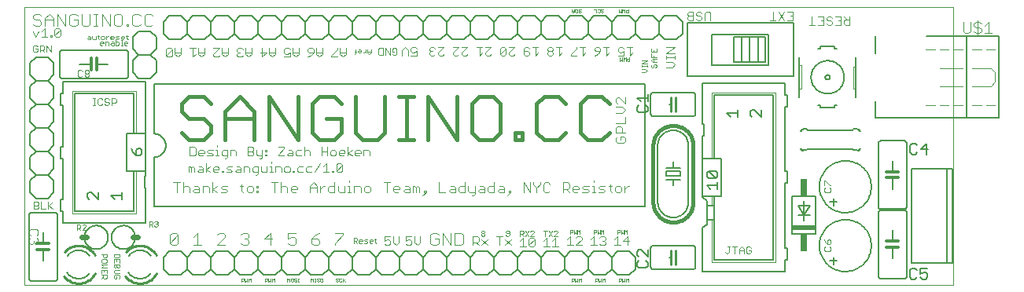
<source format=gto>
G75*
G70*
%OFA0B0*%
%FSLAX24Y24*%
%IPPOS*%
%LPD*%
%AMOC8*
5,1,8,0,0,1.08239X$1,22.5*
%
%ADD10C,0.0000*%
%ADD11C,0.0030*%
%ADD12C,0.0020*%
%ADD13C,0.0040*%
%ADD14C,0.0160*%
%ADD15C,0.0010*%
%ADD16C,0.0060*%
%ADD17C,0.0050*%
%ADD18C,0.0100*%
%ADD19C,0.0120*%
%ADD20C,0.0240*%
%ADD21R,0.1000X0.0200*%
%ADD22R,0.0300X0.0750*%
%ADD23C,0.0080*%
D10*
X001131Y001300D02*
X001131Y013111D01*
X040501Y013111D01*
X040501Y001300D01*
X001131Y001300D01*
D11*
X001402Y003045D02*
X001340Y003107D01*
X001340Y003230D01*
X001402Y003292D01*
X001402Y003413D02*
X001340Y003475D01*
X001340Y003598D01*
X001402Y003660D01*
X001649Y003660D01*
X001710Y003598D01*
X001710Y003475D01*
X001649Y003413D01*
X001649Y003292D02*
X001710Y003230D01*
X001710Y003107D01*
X001649Y003045D01*
X001587Y003045D01*
X001525Y003107D01*
X001463Y003045D01*
X001402Y003045D01*
X001525Y003107D02*
X001525Y003168D01*
X001540Y004540D02*
X001685Y004540D01*
X001733Y004588D01*
X001733Y004637D01*
X001685Y004685D01*
X001540Y004685D01*
X001540Y004540D02*
X001540Y004830D01*
X001685Y004830D01*
X001733Y004782D01*
X001733Y004733D01*
X001685Y004685D01*
X001835Y004540D02*
X002028Y004540D01*
X002129Y004540D02*
X002129Y004830D01*
X002129Y004637D02*
X002323Y004830D01*
X001835Y004830D02*
X001835Y004540D01*
X002178Y004685D02*
X002323Y004540D01*
X008090Y006090D02*
X008090Y006337D01*
X008152Y006337D01*
X008213Y006275D01*
X008275Y006337D01*
X008337Y006275D01*
X008337Y006090D01*
X008213Y006090D02*
X008213Y006275D01*
X008458Y006152D02*
X008520Y006213D01*
X008705Y006213D01*
X008705Y006275D02*
X008705Y006090D01*
X008520Y006090D01*
X008458Y006152D01*
X008520Y006337D02*
X008643Y006337D01*
X008705Y006275D01*
X008827Y006213D02*
X009012Y006337D01*
X009134Y006275D02*
X009195Y006337D01*
X009319Y006337D01*
X009380Y006275D01*
X009380Y006213D01*
X009134Y006213D01*
X009134Y006152D02*
X009134Y006275D01*
X009134Y006152D02*
X009195Y006090D01*
X009319Y006090D01*
X009502Y006090D02*
X009502Y006152D01*
X009564Y006152D01*
X009564Y006090D01*
X009502Y006090D01*
X009686Y006090D02*
X009871Y006090D01*
X009933Y006152D01*
X009871Y006213D01*
X009748Y006213D01*
X009686Y006275D01*
X009748Y006337D01*
X009933Y006337D01*
X010116Y006337D02*
X010240Y006337D01*
X010301Y006275D01*
X010301Y006090D01*
X010116Y006090D01*
X010054Y006152D01*
X010116Y006213D01*
X010301Y006213D01*
X010423Y006090D02*
X010423Y006337D01*
X010608Y006337D01*
X010670Y006275D01*
X010670Y006090D01*
X010791Y006152D02*
X010853Y006090D01*
X011038Y006090D01*
X011038Y006028D02*
X011038Y006337D01*
X010853Y006337D01*
X010791Y006275D01*
X010791Y006152D01*
X010914Y005967D02*
X010976Y005967D01*
X011038Y006028D01*
X011159Y006152D02*
X011221Y006090D01*
X011406Y006090D01*
X011406Y006337D01*
X011528Y006337D02*
X011589Y006337D01*
X011589Y006090D01*
X011528Y006090D02*
X011651Y006090D01*
X011773Y006090D02*
X011773Y006337D01*
X011958Y006337D01*
X012020Y006275D01*
X012020Y006090D01*
X012141Y006152D02*
X012203Y006090D01*
X012327Y006090D01*
X012388Y006152D01*
X012388Y006275D01*
X012327Y006337D01*
X012203Y006337D01*
X012141Y006275D01*
X012141Y006152D01*
X012510Y006152D02*
X012510Y006090D01*
X012571Y006090D01*
X012571Y006152D01*
X012510Y006152D01*
X012694Y006152D02*
X012756Y006090D01*
X012941Y006090D01*
X013062Y006152D02*
X013124Y006090D01*
X013309Y006090D01*
X013431Y006090D02*
X013677Y006460D01*
X013799Y006337D02*
X013922Y006460D01*
X013922Y006090D01*
X013799Y006090D02*
X014046Y006090D01*
X014167Y006090D02*
X014167Y006152D01*
X014229Y006152D01*
X014229Y006090D01*
X014167Y006090D01*
X014351Y006152D02*
X014413Y006090D01*
X014537Y006090D01*
X014598Y006152D01*
X014598Y006399D01*
X014351Y006152D01*
X014351Y006399D01*
X014413Y006460D01*
X014537Y006460D01*
X014598Y006399D01*
X014648Y006790D02*
X014524Y006790D01*
X014463Y006852D01*
X014463Y006975D01*
X014524Y007037D01*
X014648Y007037D01*
X014710Y006975D01*
X014710Y006913D01*
X014463Y006913D01*
X014341Y006852D02*
X014341Y006975D01*
X014280Y007037D01*
X014156Y007037D01*
X014094Y006975D01*
X014094Y006852D01*
X014156Y006790D01*
X014280Y006790D01*
X014341Y006852D01*
X013973Y006790D02*
X013973Y007160D01*
X013973Y006975D02*
X013726Y006975D01*
X013726Y006790D02*
X013726Y007160D01*
X013236Y006975D02*
X013236Y006790D01*
X012989Y006790D02*
X012989Y007160D01*
X013051Y007037D02*
X013175Y007037D01*
X013236Y006975D01*
X013051Y007037D02*
X012989Y006975D01*
X012868Y007037D02*
X012683Y007037D01*
X012621Y006975D01*
X012621Y006852D01*
X012683Y006790D01*
X012868Y006790D01*
X012500Y006790D02*
X012315Y006790D01*
X012253Y006852D01*
X012315Y006913D01*
X012500Y006913D01*
X012500Y006975D02*
X012500Y006790D01*
X012131Y006790D02*
X011885Y006790D01*
X011885Y006852D01*
X012131Y007099D01*
X012131Y007160D01*
X011885Y007160D01*
X012315Y007037D02*
X012438Y007037D01*
X012500Y006975D01*
X011394Y006975D02*
X011332Y006975D01*
X011332Y007037D01*
X011394Y007037D01*
X011394Y006975D01*
X011394Y006852D02*
X011394Y006790D01*
X011332Y006790D01*
X011332Y006852D01*
X011394Y006852D01*
X011211Y006790D02*
X011025Y006790D01*
X010964Y006852D01*
X010964Y007037D01*
X010842Y007037D02*
X010781Y006975D01*
X010595Y006975D01*
X010595Y006790D02*
X010595Y007160D01*
X010781Y007160D01*
X010842Y007099D01*
X010842Y007037D01*
X010781Y006975D02*
X010842Y006913D01*
X010842Y006852D01*
X010781Y006790D01*
X010595Y006790D01*
X010106Y006790D02*
X010106Y006975D01*
X010044Y007037D01*
X009859Y007037D01*
X009859Y006790D01*
X009737Y006790D02*
X009552Y006790D01*
X009490Y006852D01*
X009490Y006975D01*
X009552Y007037D01*
X009737Y007037D01*
X009737Y006728D01*
X009676Y006667D01*
X009614Y006667D01*
X009368Y006790D02*
X009245Y006790D01*
X009307Y006790D02*
X009307Y007037D01*
X009245Y007037D01*
X009124Y007037D02*
X008938Y007037D01*
X008877Y006975D01*
X008938Y006913D01*
X009062Y006913D01*
X009124Y006852D01*
X009062Y006790D01*
X008877Y006790D01*
X008755Y006913D02*
X008508Y006913D01*
X008508Y006852D02*
X008508Y006975D01*
X008570Y007037D01*
X008693Y007037D01*
X008755Y006975D01*
X008755Y006913D01*
X008693Y006790D02*
X008570Y006790D01*
X008508Y006852D01*
X008387Y006852D02*
X008387Y007099D01*
X008325Y007160D01*
X008140Y007160D01*
X008140Y006790D01*
X008325Y006790D01*
X008387Y006852D01*
X009307Y007160D02*
X009307Y007222D01*
X011087Y006667D02*
X011149Y006667D01*
X011211Y006728D01*
X011211Y007037D01*
X011589Y006522D02*
X011589Y006460D01*
X011159Y006337D02*
X011159Y006152D01*
X012694Y006152D02*
X012694Y006275D01*
X012756Y006337D01*
X012941Y006337D01*
X013062Y006275D02*
X013062Y006152D01*
X013062Y006275D02*
X013124Y006337D01*
X013309Y006337D01*
X014831Y006790D02*
X014831Y007160D01*
X015016Y007037D02*
X014831Y006913D01*
X015016Y006790D01*
X015138Y006852D02*
X015200Y006790D01*
X015323Y006790D01*
X015385Y006913D02*
X015138Y006913D01*
X015138Y006852D02*
X015138Y006975D01*
X015200Y007037D01*
X015323Y007037D01*
X015385Y006975D01*
X015385Y006913D01*
X015506Y006790D02*
X015506Y007037D01*
X015691Y007037D01*
X015753Y006975D01*
X015753Y006790D01*
X009012Y006090D02*
X008827Y006213D01*
X008827Y006090D02*
X008827Y006460D01*
X004826Y008940D02*
X004826Y009230D01*
X004971Y009230D01*
X005019Y009182D01*
X005019Y009085D01*
X004971Y009037D01*
X004826Y009037D01*
X004725Y009037D02*
X004725Y008988D01*
X004676Y008940D01*
X004579Y008940D01*
X004531Y008988D01*
X004430Y008988D02*
X004382Y008940D01*
X004285Y008940D01*
X004236Y008988D01*
X004236Y009182D01*
X004285Y009230D01*
X004382Y009230D01*
X004430Y009182D01*
X004531Y009182D02*
X004531Y009133D01*
X004579Y009085D01*
X004676Y009085D01*
X004725Y009037D01*
X004725Y009182D02*
X004676Y009230D01*
X004579Y009230D01*
X004531Y009182D01*
X004137Y009230D02*
X004040Y009230D01*
X004088Y009230D02*
X004088Y008940D01*
X004040Y008940D02*
X004137Y008940D01*
X003830Y010140D02*
X003733Y010140D01*
X003685Y010188D01*
X003685Y010237D01*
X003733Y010285D01*
X003830Y010285D01*
X003878Y010237D01*
X003878Y010188D01*
X003830Y010140D01*
X003830Y010285D02*
X003878Y010333D01*
X003878Y010382D01*
X003830Y010430D01*
X003733Y010430D01*
X003685Y010382D01*
X003685Y010333D01*
X003733Y010285D01*
X003583Y010188D02*
X003535Y010140D01*
X003438Y010140D01*
X003390Y010188D01*
X003390Y010382D01*
X003438Y010430D01*
X003535Y010430D01*
X003583Y010382D01*
X002273Y011190D02*
X002273Y011480D01*
X002079Y011480D02*
X002273Y011190D01*
X002079Y011190D02*
X002079Y011480D01*
X001978Y011432D02*
X001978Y011335D01*
X001930Y011287D01*
X001785Y011287D01*
X001881Y011287D02*
X001978Y011190D01*
X001785Y011190D02*
X001785Y011480D01*
X001930Y011480D01*
X001978Y011432D01*
X001683Y011432D02*
X001635Y011480D01*
X001538Y011480D01*
X001490Y011432D01*
X001490Y011238D01*
X001538Y011190D01*
X001635Y011190D01*
X001683Y011238D01*
X001683Y011335D01*
X001587Y011335D01*
X001613Y011840D02*
X001737Y012087D01*
X001858Y012087D02*
X001982Y012210D01*
X001982Y011840D01*
X002105Y011840D02*
X001858Y011840D01*
X001613Y011840D02*
X001490Y012087D01*
X002227Y011902D02*
X002288Y011902D01*
X002288Y011840D01*
X002227Y011840D01*
X002227Y011902D01*
X002411Y011902D02*
X002658Y012149D01*
X002658Y011902D01*
X002596Y011840D01*
X002473Y011840D01*
X002411Y011902D01*
X002411Y012149D01*
X002473Y012210D01*
X002596Y012210D01*
X002658Y012149D01*
X007145Y011298D02*
X007145Y011051D01*
X007392Y011298D01*
X007330Y011360D01*
X007207Y011360D01*
X007145Y011298D01*
X007392Y011298D02*
X007392Y011051D01*
X007330Y010990D01*
X007207Y010990D01*
X007145Y011051D01*
X007513Y011113D02*
X007513Y011360D01*
X007760Y011360D02*
X007760Y011113D01*
X007637Y010990D01*
X007513Y011113D01*
X007513Y011175D02*
X007760Y011175D01*
X008268Y010990D02*
X008268Y011360D01*
X008145Y011360D02*
X008392Y011360D01*
X008513Y011360D02*
X008513Y011113D01*
X008637Y010990D01*
X008760Y011113D01*
X008760Y011360D01*
X009145Y011360D02*
X009392Y011360D01*
X009145Y011113D01*
X009145Y011051D01*
X009207Y010990D01*
X009330Y010990D01*
X009392Y011051D01*
X009513Y011113D02*
X009513Y011360D01*
X009760Y011360D02*
X009760Y011113D01*
X009637Y010990D01*
X009513Y011113D01*
X009513Y011175D02*
X009760Y011175D01*
X010145Y011237D02*
X010145Y011298D01*
X010207Y011360D01*
X010330Y011360D01*
X010392Y011298D01*
X010513Y011360D02*
X010513Y011113D01*
X010637Y010990D01*
X010760Y011113D01*
X010760Y011360D01*
X011207Y011360D02*
X011207Y010990D01*
X011392Y011175D01*
X011145Y011175D01*
X011513Y011175D02*
X011760Y011175D01*
X011760Y011113D02*
X011637Y010990D01*
X011513Y011113D01*
X011513Y011360D01*
X011760Y011360D02*
X011760Y011113D01*
X012145Y011175D02*
X012145Y011298D01*
X012207Y011360D01*
X012330Y011360D01*
X012392Y011298D01*
X012392Y011175D02*
X012268Y011113D01*
X012207Y011113D01*
X012145Y011175D01*
X012145Y010990D02*
X012392Y010990D01*
X012392Y011175D01*
X012513Y011175D02*
X012760Y011175D01*
X012760Y011113D02*
X012637Y010990D01*
X012513Y011113D01*
X012513Y011360D01*
X012760Y011360D02*
X012760Y011113D01*
X013145Y010990D02*
X013268Y011051D01*
X013392Y011175D01*
X013207Y011175D01*
X013145Y011237D01*
X013145Y011298D01*
X013207Y011360D01*
X013330Y011360D01*
X013392Y011298D01*
X013392Y011175D01*
X013513Y011175D02*
X013760Y011175D01*
X013760Y011113D02*
X013637Y010990D01*
X013513Y011113D01*
X013513Y011360D01*
X013760Y011360D02*
X013760Y011113D01*
X014145Y011051D02*
X014392Y011298D01*
X014392Y011360D01*
X014513Y011360D02*
X014513Y011113D01*
X014637Y010990D01*
X014760Y011113D01*
X014760Y011360D01*
X014760Y011175D02*
X014513Y011175D01*
X014392Y010990D02*
X014145Y010990D01*
X014145Y011051D01*
X016127Y011118D02*
X016176Y011070D01*
X016321Y011070D01*
X016321Y011360D01*
X016176Y011360D01*
X016127Y011312D01*
X016127Y011118D01*
X016422Y011070D02*
X016422Y011360D01*
X016615Y011070D01*
X016615Y011360D01*
X016717Y011312D02*
X016717Y011215D01*
X016813Y011215D01*
X016717Y011312D02*
X016765Y011360D01*
X016862Y011360D01*
X016910Y011312D01*
X016910Y011118D01*
X016862Y011070D01*
X016765Y011070D01*
X016717Y011118D01*
X017145Y011040D02*
X017145Y011287D01*
X017268Y011410D01*
X017392Y011287D01*
X017392Y011040D01*
X017513Y011040D02*
X017760Y011040D01*
X017760Y011225D01*
X017637Y011163D01*
X017575Y011163D01*
X017513Y011225D01*
X017513Y011348D01*
X017575Y011410D01*
X017698Y011410D01*
X017760Y011348D01*
X018295Y011348D02*
X018357Y011410D01*
X018480Y011410D01*
X018542Y011348D01*
X018663Y011410D02*
X018910Y011410D01*
X018663Y011163D01*
X018663Y011101D01*
X018725Y011040D01*
X018848Y011040D01*
X018910Y011101D01*
X018542Y011101D02*
X018480Y011040D01*
X018357Y011040D01*
X018295Y011101D01*
X018295Y011163D01*
X018357Y011225D01*
X018295Y011287D01*
X018295Y011348D01*
X018357Y011225D02*
X018418Y011225D01*
X019295Y011163D02*
X019295Y011101D01*
X019357Y011040D01*
X019480Y011040D01*
X019542Y011101D01*
X019663Y011101D02*
X019725Y011040D01*
X019848Y011040D01*
X019910Y011101D01*
X019663Y011101D02*
X019663Y011163D01*
X019910Y011410D01*
X019663Y011410D01*
X019542Y011410D02*
X019295Y011163D01*
X019295Y011410D02*
X019542Y011410D01*
X020295Y011410D02*
X020542Y011410D01*
X020663Y011410D02*
X020910Y011410D01*
X020663Y011163D01*
X020663Y011101D01*
X020725Y011040D01*
X020848Y011040D01*
X020910Y011101D01*
X020542Y011163D02*
X020418Y011040D01*
X020418Y011410D01*
X021295Y011348D02*
X021295Y011101D01*
X021542Y011348D01*
X021480Y011410D01*
X021357Y011410D01*
X021295Y011348D01*
X021295Y011101D02*
X021357Y011040D01*
X021480Y011040D01*
X021542Y011101D01*
X021542Y011348D01*
X021663Y011410D02*
X021910Y011410D01*
X021663Y011163D01*
X021663Y011101D01*
X021725Y011040D01*
X021848Y011040D01*
X021910Y011101D01*
X022295Y011101D02*
X022357Y011040D01*
X022480Y011040D01*
X022542Y011101D01*
X022542Y011163D01*
X022480Y011225D01*
X022295Y011225D01*
X022295Y011348D02*
X022295Y011101D01*
X022295Y011348D02*
X022357Y011410D01*
X022480Y011410D01*
X022542Y011348D01*
X022663Y011410D02*
X022910Y011410D01*
X022787Y011410D02*
X022787Y011040D01*
X022910Y011163D01*
X023295Y011163D02*
X023357Y011225D01*
X023480Y011225D01*
X023542Y011163D01*
X023542Y011101D01*
X023480Y011040D01*
X023357Y011040D01*
X023295Y011101D01*
X023295Y011163D01*
X023357Y011225D02*
X023295Y011287D01*
X023295Y011348D01*
X023357Y011410D01*
X023480Y011410D01*
X023542Y011348D01*
X023542Y011287D01*
X023480Y011225D01*
X023663Y011410D02*
X023910Y011410D01*
X023787Y011410D02*
X023787Y011040D01*
X023910Y011163D01*
X024295Y011101D02*
X024295Y011040D01*
X024542Y011040D01*
X024787Y011040D02*
X024787Y011410D01*
X024910Y011410D02*
X024663Y011410D01*
X024542Y011410D02*
X024542Y011348D01*
X024295Y011101D01*
X024787Y011040D02*
X024910Y011163D01*
X025295Y011040D02*
X025418Y011101D01*
X025542Y011225D01*
X025357Y011225D01*
X025295Y011287D01*
X025295Y011348D01*
X025357Y011410D01*
X025480Y011410D01*
X025542Y011348D01*
X025542Y011225D01*
X025663Y011410D02*
X025910Y011410D01*
X025787Y011410D02*
X025787Y011040D01*
X025910Y011163D01*
X026295Y011225D02*
X026295Y011348D01*
X026357Y011410D01*
X026480Y011410D01*
X026542Y011348D01*
X026542Y011225D02*
X026418Y011163D01*
X026357Y011163D01*
X026295Y011225D01*
X026542Y011225D02*
X026542Y011040D01*
X026295Y011040D01*
X026787Y011040D02*
X026910Y011163D01*
X026787Y011040D02*
X026787Y011410D01*
X026910Y011410D02*
X026663Y011410D01*
X028340Y011401D02*
X028710Y011401D01*
X028340Y011154D01*
X028710Y011154D01*
X028710Y011032D02*
X028710Y010908D01*
X028710Y010970D02*
X028340Y010970D01*
X028340Y010908D02*
X028340Y011032D01*
X028340Y010787D02*
X028587Y010787D01*
X028710Y010663D01*
X028587Y010540D01*
X028340Y010540D01*
X029288Y012540D02*
X029226Y012601D01*
X029226Y012663D01*
X029288Y012725D01*
X029473Y012725D01*
X029595Y012787D02*
X029595Y012848D01*
X029657Y012910D01*
X029780Y012910D01*
X029842Y012848D01*
X029963Y012848D02*
X029963Y012540D01*
X029842Y012601D02*
X029842Y012663D01*
X029780Y012725D01*
X029657Y012725D01*
X029595Y012787D01*
X029473Y012910D02*
X029288Y012910D01*
X029226Y012848D01*
X029226Y012787D01*
X029288Y012725D01*
X029288Y012540D02*
X029473Y012540D01*
X029473Y012910D01*
X029963Y012848D02*
X030025Y012910D01*
X030148Y012910D01*
X030210Y012848D01*
X030210Y012540D01*
X029842Y012601D02*
X029780Y012540D01*
X029657Y012540D01*
X029595Y012601D01*
X032726Y012540D02*
X032973Y012540D01*
X033095Y012540D02*
X033342Y012910D01*
X033463Y012910D02*
X033710Y012910D01*
X033710Y012540D01*
X033463Y012540D01*
X033342Y012540D02*
X033095Y012910D01*
X032850Y012910D02*
X032850Y012540D01*
X033587Y012725D02*
X033710Y012725D01*
X034513Y012710D02*
X034513Y012340D01*
X034390Y012340D02*
X034637Y012340D01*
X034758Y012340D02*
X035005Y012340D01*
X035005Y012710D01*
X034758Y012710D01*
X034882Y012525D02*
X035005Y012525D01*
X035126Y012587D02*
X035126Y012648D01*
X035188Y012710D01*
X035312Y012710D01*
X035373Y012648D01*
X035495Y012710D02*
X035742Y012710D01*
X035742Y012340D01*
X035495Y012340D01*
X035373Y012401D02*
X035312Y012340D01*
X035188Y012340D01*
X035126Y012401D01*
X035188Y012525D02*
X035126Y012587D01*
X035188Y012525D02*
X035312Y012525D01*
X035373Y012463D01*
X035373Y012401D01*
X035618Y012525D02*
X035742Y012525D01*
X035863Y012525D02*
X035925Y012587D01*
X036110Y012587D01*
X036110Y012710D02*
X036110Y012340D01*
X035925Y012340D01*
X035863Y012401D01*
X035863Y012525D01*
X035987Y012587D02*
X035863Y012710D01*
X035068Y005728D02*
X035262Y005535D01*
X035310Y005535D01*
X035262Y005433D02*
X035310Y005385D01*
X035310Y005288D01*
X035262Y005240D01*
X035068Y005240D01*
X035020Y005288D01*
X035020Y005385D01*
X035068Y005433D01*
X035020Y005535D02*
X035020Y005728D01*
X035068Y005728D01*
X035020Y003228D02*
X035068Y003131D01*
X035165Y003035D01*
X035165Y003180D01*
X035213Y003228D01*
X035262Y003228D01*
X035310Y003180D01*
X035310Y003083D01*
X035262Y003035D01*
X035165Y003035D01*
X035262Y002933D02*
X035310Y002885D01*
X035310Y002788D01*
X035262Y002740D01*
X035068Y002740D01*
X035020Y002788D01*
X035020Y002885D01*
X035068Y002933D01*
X031917Y002882D02*
X031869Y002930D01*
X031772Y002930D01*
X031724Y002882D01*
X031724Y002688D01*
X031772Y002640D01*
X031869Y002640D01*
X031917Y002688D01*
X031917Y002785D01*
X031821Y002785D01*
X031623Y002785D02*
X031429Y002785D01*
X031429Y002833D02*
X031526Y002930D01*
X031623Y002833D01*
X031623Y002640D01*
X031429Y002640D02*
X031429Y002833D01*
X031328Y002930D02*
X031135Y002930D01*
X031231Y002930D02*
X031231Y002640D01*
X030985Y002688D02*
X030985Y002930D01*
X030937Y002930D02*
X031033Y002930D01*
X030985Y002688D02*
X030937Y002640D01*
X030888Y002640D01*
X030840Y002688D01*
X026755Y003175D02*
X026508Y003175D01*
X026693Y003360D01*
X026693Y002990D01*
X026387Y002990D02*
X026140Y002990D01*
X026263Y002990D02*
X026263Y003360D01*
X026140Y003237D01*
X025755Y003237D02*
X025755Y003299D01*
X025693Y003360D01*
X025570Y003360D01*
X025508Y003299D01*
X025632Y003175D02*
X025693Y003175D01*
X025755Y003113D01*
X025755Y003052D01*
X025693Y002990D01*
X025570Y002990D01*
X025508Y003052D01*
X025387Y002990D02*
X025140Y002990D01*
X025263Y002990D02*
X025263Y003360D01*
X025140Y003237D01*
X024755Y003237D02*
X024508Y002990D01*
X024755Y002990D01*
X024755Y003237D02*
X024755Y003299D01*
X024693Y003360D01*
X024570Y003360D01*
X024508Y003299D01*
X024263Y003360D02*
X024140Y003237D01*
X024263Y003360D02*
X024263Y002990D01*
X024140Y002990D02*
X024387Y002990D01*
X023755Y002940D02*
X023508Y002940D01*
X023387Y002940D02*
X023140Y002940D01*
X023263Y002940D02*
X023263Y003310D01*
X023140Y003187D01*
X023508Y003187D02*
X023632Y003310D01*
X023632Y002940D01*
X022755Y003002D02*
X022755Y003249D01*
X022508Y003002D01*
X022570Y002940D01*
X022693Y002940D01*
X022755Y003002D01*
X022755Y003249D02*
X022693Y003310D01*
X022570Y003310D01*
X022508Y003249D01*
X022508Y003002D01*
X022387Y002940D02*
X022140Y002940D01*
X022263Y002940D02*
X022263Y003310D01*
X022140Y003187D01*
X021755Y003237D02*
X021508Y002990D01*
X021263Y002990D02*
X021263Y003360D01*
X021140Y003360D02*
X021387Y003360D01*
X021508Y003237D02*
X021755Y002990D01*
X020755Y002990D02*
X020508Y003237D01*
X020387Y003299D02*
X020387Y003175D01*
X020325Y003113D01*
X020140Y003113D01*
X020140Y002990D02*
X020140Y003360D01*
X020325Y003360D01*
X020387Y003299D01*
X020508Y002990D02*
X020755Y003237D01*
X020387Y002990D02*
X020263Y003113D01*
X017905Y003113D02*
X017905Y003360D01*
X017658Y003360D02*
X017658Y003113D01*
X017782Y002990D01*
X017905Y003113D01*
X017537Y003175D02*
X017537Y003052D01*
X017475Y002990D01*
X017352Y002990D01*
X017290Y003052D01*
X017290Y003175D02*
X017413Y003237D01*
X017475Y003237D01*
X017537Y003175D01*
X017537Y003360D02*
X017290Y003360D01*
X017290Y003175D01*
X017005Y003113D02*
X017005Y003360D01*
X016758Y003360D02*
X016758Y003113D01*
X016882Y002990D01*
X017005Y003113D01*
X016637Y003175D02*
X016637Y003052D01*
X016575Y002990D01*
X016452Y002990D01*
X016390Y003052D01*
X016390Y003175D02*
X016513Y003237D01*
X016575Y003237D01*
X016637Y003175D01*
X016637Y003360D02*
X016390Y003360D01*
X016390Y003175D01*
X025693Y003175D02*
X025755Y003237D01*
X010392Y011051D02*
X010330Y010990D01*
X010207Y010990D01*
X010145Y011051D01*
X010145Y011113D01*
X010207Y011175D01*
X010145Y011237D01*
X010207Y011175D02*
X010268Y011175D01*
X010513Y011175D02*
X010760Y011175D01*
X008760Y011175D02*
X008513Y011175D01*
X008392Y011113D02*
X008268Y010990D01*
D12*
X005513Y011558D02*
X005366Y011558D01*
X005366Y011522D02*
X005366Y011595D01*
X005403Y011632D01*
X005476Y011632D01*
X005513Y011595D01*
X005513Y011558D01*
X005476Y011485D02*
X005403Y011485D01*
X005366Y011522D01*
X005292Y011485D02*
X005219Y011485D01*
X005256Y011485D02*
X005256Y011705D01*
X005219Y011705D01*
X005258Y011735D02*
X005221Y011772D01*
X005221Y011845D01*
X005258Y011882D01*
X005332Y011882D01*
X005368Y011845D01*
X005368Y011808D01*
X005221Y011808D01*
X005258Y011735D02*
X005332Y011735D01*
X005479Y011772D02*
X005516Y011735D01*
X005479Y011772D02*
X005479Y011918D01*
X005442Y011882D02*
X005516Y011882D01*
X005147Y011882D02*
X005037Y011882D01*
X005000Y011845D01*
X005037Y011808D01*
X005111Y011808D01*
X005147Y011772D01*
X005111Y011735D01*
X005000Y011735D01*
X004998Y011705D02*
X004998Y011485D01*
X005108Y011485D01*
X005145Y011522D01*
X005145Y011595D01*
X005108Y011632D01*
X004998Y011632D01*
X004924Y011595D02*
X004924Y011485D01*
X004814Y011485D01*
X004777Y011522D01*
X004814Y011558D01*
X004924Y011558D01*
X004924Y011595D02*
X004887Y011632D01*
X004814Y011632D01*
X004816Y011735D02*
X004779Y011772D01*
X004779Y011845D01*
X004816Y011882D01*
X004890Y011882D01*
X004926Y011845D01*
X004926Y011808D01*
X004779Y011808D01*
X004816Y011735D02*
X004890Y011735D01*
X004703Y011595D02*
X004703Y011485D01*
X004703Y011595D02*
X004666Y011632D01*
X004556Y011632D01*
X004556Y011485D01*
X004482Y011558D02*
X004335Y011558D01*
X004335Y011522D02*
X004335Y011595D01*
X004372Y011632D01*
X004445Y011632D01*
X004482Y011595D01*
X004482Y011558D01*
X004445Y011485D02*
X004372Y011485D01*
X004335Y011522D01*
X004300Y011735D02*
X004264Y011772D01*
X004264Y011918D01*
X004300Y011882D02*
X004227Y011882D01*
X004153Y011882D02*
X004153Y011735D01*
X004043Y011735D01*
X004006Y011772D01*
X004006Y011882D01*
X003932Y011845D02*
X003932Y011735D01*
X003822Y011735D01*
X003785Y011772D01*
X003822Y011808D01*
X003932Y011808D01*
X003932Y011845D02*
X003895Y011882D01*
X003822Y011882D01*
X004374Y011845D02*
X004374Y011772D01*
X004411Y011735D01*
X004484Y011735D01*
X004521Y011772D01*
X004521Y011845D01*
X004484Y011882D01*
X004411Y011882D01*
X004374Y011845D01*
X004595Y011808D02*
X004669Y011882D01*
X004705Y011882D01*
X004595Y011882D02*
X004595Y011735D01*
X005875Y009525D02*
X003175Y009525D01*
X003175Y004325D01*
X005875Y004325D01*
X005875Y006125D01*
X005875Y007725D02*
X005875Y009525D01*
X015115Y011095D02*
X015152Y011132D01*
X015152Y011315D01*
X015189Y011205D02*
X015115Y011205D01*
X015263Y011205D02*
X015263Y011242D01*
X015410Y011242D01*
X015410Y011278D02*
X015410Y011205D01*
X015373Y011168D01*
X015300Y011168D01*
X015263Y011205D01*
X015300Y011315D02*
X015373Y011315D01*
X015410Y011278D01*
X015484Y011168D02*
X015521Y011168D01*
X015594Y011242D01*
X015594Y011315D02*
X015594Y011168D01*
X015668Y011168D02*
X015668Y011315D01*
X015668Y011205D02*
X015815Y011205D01*
X015815Y011168D02*
X015742Y011095D01*
X015668Y011168D01*
X015815Y011168D02*
X015815Y011315D01*
X027295Y010850D02*
X027515Y010850D01*
X027295Y010703D01*
X027515Y010703D01*
X027515Y010629D02*
X027515Y010556D01*
X027515Y010593D02*
X027295Y010593D01*
X027295Y010629D02*
X027295Y010556D01*
X027295Y010482D02*
X027442Y010482D01*
X027515Y010408D01*
X027442Y010335D01*
X027295Y010335D01*
X027695Y010572D02*
X027732Y010535D01*
X027768Y010535D01*
X027805Y010572D01*
X027805Y010645D01*
X027842Y010682D01*
X027878Y010682D01*
X027915Y010645D01*
X027915Y010572D01*
X027878Y010535D01*
X027695Y010572D02*
X027695Y010645D01*
X027732Y010682D01*
X027768Y010756D02*
X027695Y010829D01*
X027768Y010903D01*
X027915Y010903D01*
X027915Y010977D02*
X027695Y010977D01*
X027695Y011124D01*
X027695Y011198D02*
X027915Y011198D01*
X027915Y011345D01*
X027805Y011271D02*
X027805Y011198D01*
X027695Y011198D02*
X027695Y011345D01*
X027805Y011050D02*
X027805Y010977D01*
X027805Y010903D02*
X027805Y010756D01*
X027768Y010756D02*
X027915Y010756D01*
X030275Y009475D02*
X030275Y006675D01*
X030275Y005075D02*
X030275Y004675D01*
X030275Y004075D02*
X030275Y002275D01*
X032975Y002275D01*
X032975Y009475D01*
X030275Y009475D01*
X033975Y009625D02*
X034075Y009625D01*
X034075Y010625D01*
X033975Y010625D01*
X036275Y010575D02*
X036375Y010575D01*
X036275Y010575D02*
X036275Y009625D01*
X036375Y009625D01*
X023724Y003568D02*
X023687Y003605D01*
X023614Y003605D01*
X023577Y003568D01*
X023503Y003605D02*
X023356Y003385D01*
X023503Y003385D02*
X023356Y003605D01*
X023282Y003605D02*
X023135Y003605D01*
X023208Y003605D02*
X023208Y003385D01*
X023577Y003385D02*
X023724Y003532D01*
X023724Y003568D01*
X023724Y003385D02*
X023577Y003385D01*
X022724Y003385D02*
X022577Y003385D01*
X022724Y003532D01*
X022724Y003568D01*
X022687Y003605D01*
X022614Y003605D01*
X022577Y003568D01*
X022503Y003605D02*
X022356Y003385D01*
X022282Y003385D02*
X022208Y003458D01*
X022245Y003458D02*
X022135Y003458D01*
X022135Y003385D02*
X022135Y003605D01*
X022245Y003605D01*
X022282Y003568D01*
X022282Y003495D01*
X022245Y003458D01*
X022356Y003605D02*
X022503Y003385D01*
X021682Y003422D02*
X021682Y003568D01*
X021645Y003605D01*
X021572Y003605D01*
X021535Y003568D01*
X021535Y003532D01*
X021572Y003495D01*
X021682Y003495D01*
X021682Y003422D02*
X021645Y003385D01*
X021572Y003385D01*
X021535Y003422D01*
X020632Y003422D02*
X020595Y003385D01*
X020522Y003385D01*
X020485Y003422D01*
X020485Y003458D01*
X020522Y003495D01*
X020595Y003495D01*
X020632Y003458D01*
X020632Y003422D01*
X020595Y003495D02*
X020632Y003532D01*
X020632Y003568D01*
X020595Y003605D01*
X020522Y003605D01*
X020485Y003568D01*
X020485Y003532D01*
X020522Y003495D01*
X016042Y003232D02*
X015969Y003232D01*
X016006Y003268D02*
X016006Y003122D01*
X016042Y003085D01*
X015895Y003158D02*
X015748Y003158D01*
X015748Y003122D02*
X015748Y003195D01*
X015785Y003232D01*
X015858Y003232D01*
X015895Y003195D01*
X015895Y003158D01*
X015858Y003085D02*
X015785Y003085D01*
X015748Y003122D01*
X015674Y003122D02*
X015637Y003158D01*
X015564Y003158D01*
X015527Y003195D01*
X015564Y003232D01*
X015674Y003232D01*
X015674Y003122D02*
X015637Y003085D01*
X015527Y003085D01*
X015453Y003158D02*
X015306Y003158D01*
X015306Y003122D02*
X015306Y003195D01*
X015343Y003232D01*
X015416Y003232D01*
X015453Y003195D01*
X015453Y003158D01*
X015416Y003085D02*
X015343Y003085D01*
X015306Y003122D01*
X015232Y003085D02*
X015158Y003158D01*
X015195Y003158D02*
X015085Y003158D01*
X015085Y003085D02*
X015085Y003305D01*
X015195Y003305D01*
X015232Y003268D01*
X015232Y003195D01*
X015195Y003158D01*
X006783Y003822D02*
X006746Y003785D01*
X006673Y003785D01*
X006636Y003822D01*
X006562Y003785D02*
X006488Y003858D01*
X006525Y003858D02*
X006415Y003858D01*
X006415Y003785D02*
X006415Y004005D01*
X006525Y004005D01*
X006562Y003968D01*
X006562Y003895D01*
X006525Y003858D01*
X006636Y003968D02*
X006673Y004005D01*
X006746Y004005D01*
X006783Y003968D01*
X006783Y003932D01*
X006746Y003895D01*
X006783Y003858D01*
X006783Y003822D01*
X006746Y003895D02*
X006709Y003895D01*
X003731Y003828D02*
X003694Y003865D01*
X003621Y003865D01*
X003584Y003828D01*
X003510Y003828D02*
X003510Y003755D01*
X003473Y003718D01*
X003363Y003718D01*
X003363Y003645D02*
X003363Y003865D01*
X003473Y003865D01*
X003510Y003828D01*
X003436Y003718D02*
X003510Y003645D01*
X003584Y003645D02*
X003731Y003792D01*
X003731Y003828D01*
X003731Y003645D02*
X003584Y003645D01*
X004395Y002615D02*
X004615Y002615D01*
X004615Y002505D01*
X004578Y002468D01*
X004505Y002468D01*
X004468Y002505D01*
X004468Y002615D01*
X004935Y002615D02*
X004935Y002505D01*
X004972Y002468D01*
X005118Y002468D01*
X005155Y002505D01*
X005155Y002615D01*
X004935Y002615D01*
X004935Y002394D02*
X004935Y002247D01*
X004935Y002173D02*
X004935Y002063D01*
X004972Y002026D01*
X005008Y002026D01*
X005045Y002063D01*
X005045Y002173D01*
X004935Y002173D02*
X005155Y002173D01*
X005155Y002063D01*
X005118Y002026D01*
X005082Y002026D01*
X005045Y002063D01*
X004972Y001952D02*
X004935Y001915D01*
X004935Y001842D01*
X004972Y001805D01*
X005155Y001805D01*
X005118Y001731D02*
X005155Y001694D01*
X005155Y001621D01*
X005118Y001584D01*
X005045Y001584D02*
X005045Y001658D01*
X005045Y001584D02*
X004972Y001584D01*
X004935Y001621D01*
X004935Y001694D01*
X004972Y001731D01*
X005118Y001731D01*
X005155Y001952D02*
X004972Y001952D01*
X004615Y001952D02*
X004615Y001805D01*
X004615Y001731D02*
X004615Y001621D01*
X004578Y001584D01*
X004505Y001584D01*
X004468Y001621D01*
X004468Y001731D01*
X004395Y001731D02*
X004615Y001731D01*
X004468Y001658D02*
X004395Y001584D01*
X004395Y001805D02*
X004395Y001952D01*
X004615Y001952D01*
X004615Y002026D02*
X004395Y002026D01*
X004468Y002100D01*
X004395Y002173D01*
X004615Y002173D01*
X004578Y002247D02*
X004615Y002284D01*
X004615Y002357D01*
X004578Y002394D01*
X004432Y002394D01*
X004395Y002357D01*
X004395Y002284D01*
X004432Y002247D01*
X004578Y002247D01*
X004935Y002394D02*
X005155Y002394D01*
X005155Y002247D01*
X005045Y002321D02*
X005045Y002394D01*
X004505Y001952D02*
X004505Y001879D01*
D13*
X007295Y003082D02*
X007642Y003429D01*
X007642Y003082D01*
X007555Y002995D01*
X007382Y002995D01*
X007295Y003082D01*
X007295Y003429D01*
X007382Y003515D01*
X007555Y003515D01*
X007642Y003429D01*
X008295Y003342D02*
X008468Y003515D01*
X008468Y002995D01*
X008295Y002995D02*
X008642Y002995D01*
X009295Y002995D02*
X009642Y003342D01*
X009642Y003429D01*
X009555Y003515D01*
X009382Y003515D01*
X009295Y003429D01*
X009295Y002995D02*
X009642Y002995D01*
X010295Y003082D02*
X010382Y002995D01*
X010555Y002995D01*
X010642Y003082D01*
X010642Y003168D01*
X010555Y003255D01*
X010468Y003255D01*
X010555Y003255D02*
X010642Y003342D01*
X010642Y003429D01*
X010555Y003515D01*
X010382Y003515D01*
X010295Y003429D01*
X011295Y003255D02*
X011642Y003255D01*
X011555Y002995D02*
X011555Y003515D01*
X011295Y003255D01*
X012295Y003255D02*
X012295Y003515D01*
X012642Y003515D01*
X012555Y003342D02*
X012642Y003255D01*
X012642Y003082D01*
X012555Y002995D01*
X012382Y002995D01*
X012295Y003082D01*
X012295Y003255D02*
X012468Y003342D01*
X012555Y003342D01*
X013295Y003255D02*
X013295Y003082D01*
X013382Y002995D01*
X013555Y002995D01*
X013642Y003082D01*
X013642Y003168D01*
X013555Y003255D01*
X013295Y003255D01*
X013468Y003429D01*
X013642Y003515D01*
X014295Y003515D02*
X014642Y003515D01*
X014642Y003429D01*
X014295Y003082D01*
X014295Y002995D01*
X018345Y003082D02*
X018432Y002995D01*
X018605Y002995D01*
X018692Y003082D01*
X018692Y003255D01*
X018518Y003255D01*
X018345Y003082D02*
X018345Y003429D01*
X018432Y003515D01*
X018605Y003515D01*
X018692Y003429D01*
X018861Y003515D02*
X019208Y002995D01*
X019208Y003515D01*
X019376Y003515D02*
X019637Y003515D01*
X019723Y003429D01*
X019723Y003082D01*
X019637Y002995D01*
X019376Y002995D01*
X019376Y003515D01*
X018861Y003515D02*
X018861Y002995D01*
X018011Y005108D02*
X018148Y005245D01*
X018079Y005245D01*
X018079Y005313D01*
X018148Y005313D01*
X018148Y005245D01*
X017870Y005245D02*
X017870Y005450D01*
X017802Y005519D01*
X017733Y005450D01*
X017733Y005245D01*
X017597Y005245D02*
X017597Y005519D01*
X017665Y005519D01*
X017733Y005450D01*
X017456Y005450D02*
X017456Y005245D01*
X017251Y005245D01*
X017182Y005313D01*
X017251Y005382D01*
X017456Y005382D01*
X017456Y005450D02*
X017387Y005519D01*
X017251Y005519D01*
X017042Y005450D02*
X017042Y005382D01*
X016768Y005382D01*
X016768Y005450D02*
X016768Y005313D01*
X016836Y005245D01*
X016973Y005245D01*
X016490Y005245D02*
X016490Y005655D01*
X016354Y005655D02*
X016627Y005655D01*
X016768Y005450D02*
X016836Y005519D01*
X016973Y005519D01*
X017042Y005450D01*
X015798Y005450D02*
X015798Y005313D01*
X015730Y005245D01*
X015593Y005245D01*
X015525Y005313D01*
X015525Y005450D01*
X015593Y005519D01*
X015730Y005519D01*
X015798Y005450D01*
X015384Y005450D02*
X015384Y005245D01*
X015111Y005245D02*
X015111Y005519D01*
X015316Y005519D01*
X015384Y005450D01*
X014903Y005519D02*
X014903Y005245D01*
X014971Y005245D02*
X014834Y005245D01*
X014694Y005245D02*
X014694Y005519D01*
X014834Y005519D02*
X014903Y005519D01*
X014903Y005655D02*
X014903Y005724D01*
X014279Y005655D02*
X014279Y005245D01*
X014074Y005245D01*
X014006Y005313D01*
X014006Y005450D01*
X014074Y005519D01*
X014279Y005519D01*
X014420Y005519D02*
X014420Y005313D01*
X014488Y005245D01*
X014694Y005245D01*
X013865Y005519D02*
X013797Y005519D01*
X013660Y005382D01*
X013660Y005245D02*
X013660Y005519D01*
X013520Y005519D02*
X013520Y005245D01*
X013246Y005245D02*
X013246Y005519D01*
X013383Y005655D01*
X013520Y005519D01*
X013520Y005450D02*
X013246Y005450D01*
X012691Y005450D02*
X012691Y005382D01*
X012417Y005382D01*
X012417Y005450D02*
X012417Y005313D01*
X012486Y005245D01*
X012622Y005245D01*
X012276Y005245D02*
X012276Y005450D01*
X012208Y005519D01*
X012071Y005519D01*
X012003Y005450D01*
X012003Y005655D02*
X012003Y005245D01*
X011725Y005245D02*
X011725Y005655D01*
X011589Y005655D02*
X011862Y005655D01*
X012417Y005450D02*
X012486Y005519D01*
X012622Y005519D01*
X012691Y005450D01*
X011035Y005450D02*
X010967Y005450D01*
X010967Y005519D01*
X011035Y005519D01*
X011035Y005450D01*
X011035Y005313D02*
X011035Y005245D01*
X010967Y005245D01*
X010967Y005313D01*
X011035Y005313D01*
X010826Y005313D02*
X010826Y005450D01*
X010758Y005519D01*
X010621Y005519D01*
X010553Y005450D01*
X010553Y005313D01*
X010621Y005245D01*
X010758Y005245D01*
X010826Y005313D01*
X010413Y005245D02*
X010345Y005313D01*
X010345Y005587D01*
X010276Y005519D02*
X010413Y005519D01*
X009721Y005519D02*
X009516Y005519D01*
X009448Y005450D01*
X009516Y005382D01*
X009653Y005382D01*
X009721Y005313D01*
X009653Y005245D01*
X009448Y005245D01*
X009308Y005245D02*
X009102Y005382D01*
X009308Y005519D01*
X009102Y005655D02*
X009102Y005245D01*
X008962Y005245D02*
X008962Y005450D01*
X008893Y005519D01*
X008688Y005519D01*
X008688Y005245D01*
X008547Y005245D02*
X008342Y005245D01*
X008274Y005313D01*
X008342Y005382D01*
X008547Y005382D01*
X008547Y005450D02*
X008547Y005245D01*
X008133Y005245D02*
X008133Y005450D01*
X008065Y005519D01*
X007928Y005519D01*
X007859Y005450D01*
X007859Y005655D02*
X007859Y005245D01*
X007582Y005245D02*
X007582Y005655D01*
X007445Y005655D02*
X007719Y005655D01*
X008342Y005519D02*
X008479Y005519D01*
X008547Y005450D01*
X018702Y005245D02*
X018975Y005245D01*
X019116Y005313D02*
X019184Y005245D01*
X019390Y005245D01*
X019390Y005450D01*
X019321Y005519D01*
X019184Y005519D01*
X019184Y005382D02*
X019390Y005382D01*
X019530Y005450D02*
X019530Y005313D01*
X019599Y005245D01*
X019804Y005245D01*
X019804Y005655D01*
X019804Y005519D02*
X019599Y005519D01*
X019530Y005450D01*
X019184Y005382D02*
X019116Y005313D01*
X018702Y005245D02*
X018702Y005655D01*
X019945Y005519D02*
X019945Y005313D01*
X020013Y005245D01*
X020218Y005245D01*
X020218Y005177D02*
X020150Y005108D01*
X020081Y005108D01*
X020218Y005177D02*
X020218Y005519D01*
X020427Y005519D02*
X020564Y005519D01*
X020633Y005450D01*
X020633Y005245D01*
X020427Y005245D01*
X020359Y005313D01*
X020427Y005382D01*
X020633Y005382D01*
X020773Y005450D02*
X020773Y005313D01*
X020842Y005245D01*
X021047Y005245D01*
X021047Y005655D01*
X021047Y005519D02*
X020842Y005519D01*
X020773Y005450D01*
X021188Y005313D02*
X021256Y005382D01*
X021461Y005382D01*
X021461Y005450D02*
X021393Y005519D01*
X021256Y005519D01*
X021461Y005450D02*
X021461Y005245D01*
X021256Y005245D01*
X021188Y005313D01*
X021602Y005108D02*
X021739Y005245D01*
X021670Y005245D01*
X021670Y005313D01*
X021739Y005313D01*
X021739Y005245D01*
X022293Y005245D02*
X022293Y005655D01*
X022566Y005245D01*
X022566Y005655D01*
X022707Y005655D02*
X022707Y005587D01*
X022844Y005450D01*
X022844Y005245D01*
X023121Y005313D02*
X023190Y005245D01*
X023327Y005245D01*
X023395Y005313D01*
X023121Y005313D02*
X023121Y005587D01*
X023190Y005655D01*
X023327Y005655D01*
X023395Y005587D01*
X022981Y005587D02*
X022844Y005450D01*
X022981Y005587D02*
X022981Y005655D01*
X023950Y005655D02*
X024155Y005655D01*
X024224Y005587D01*
X024224Y005450D01*
X024155Y005382D01*
X023950Y005382D01*
X024087Y005382D02*
X024224Y005245D01*
X024364Y005313D02*
X024364Y005450D01*
X024433Y005519D01*
X024570Y005519D01*
X024638Y005450D01*
X024638Y005382D01*
X024364Y005382D01*
X024364Y005313D02*
X024433Y005245D01*
X024570Y005245D01*
X024779Y005245D02*
X024984Y005245D01*
X025052Y005313D01*
X024984Y005382D01*
X024847Y005382D01*
X024779Y005450D01*
X024847Y005519D01*
X025052Y005519D01*
X025193Y005519D02*
X025262Y005519D01*
X025262Y005245D01*
X025330Y005245D02*
X025193Y005245D01*
X025469Y005245D02*
X025675Y005245D01*
X025743Y005313D01*
X025675Y005382D01*
X025538Y005382D01*
X025469Y005450D01*
X025538Y005519D01*
X025743Y005519D01*
X025884Y005519D02*
X026021Y005519D01*
X025952Y005587D02*
X025952Y005313D01*
X026021Y005245D01*
X026160Y005313D02*
X026228Y005245D01*
X026365Y005245D01*
X026434Y005313D01*
X026434Y005450D01*
X026365Y005519D01*
X026228Y005519D01*
X026160Y005450D01*
X026160Y005313D01*
X026574Y005245D02*
X026574Y005519D01*
X026711Y005519D02*
X026780Y005519D01*
X026711Y005519D02*
X026574Y005382D01*
X025262Y005655D02*
X025262Y005724D01*
X023950Y005655D02*
X023950Y005245D01*
X026195Y007413D02*
X026263Y007345D01*
X026537Y007345D01*
X026605Y007413D01*
X026605Y007550D01*
X026537Y007619D01*
X026400Y007619D01*
X026400Y007482D01*
X026263Y007619D02*
X026195Y007550D01*
X026195Y007413D01*
X026195Y007759D02*
X026195Y007965D01*
X026263Y008033D01*
X026400Y008033D01*
X026468Y007965D01*
X026468Y007759D01*
X026605Y007759D02*
X026195Y007759D01*
X026195Y008174D02*
X026605Y008174D01*
X026605Y008447D01*
X026468Y008588D02*
X026605Y008725D01*
X026468Y008862D01*
X026195Y008862D01*
X026263Y009002D02*
X026195Y009071D01*
X026195Y009208D01*
X026263Y009276D01*
X026331Y009276D01*
X026605Y009002D01*
X026605Y009276D01*
X026468Y008588D02*
X026195Y008588D01*
X039325Y008944D02*
X039719Y008944D01*
X039916Y008944D02*
X040310Y008944D01*
X040506Y008944D02*
X040900Y008944D01*
X041294Y008944D02*
X041688Y008944D01*
X041884Y008944D02*
X042278Y008944D01*
X042081Y009731D02*
X041294Y009731D01*
X040900Y009731D02*
X039916Y009731D01*
X042081Y009731D02*
X042278Y009928D01*
X042278Y010322D01*
X042081Y010519D01*
X041294Y010519D01*
X040900Y010519D02*
X039916Y010519D01*
X039916Y011306D02*
X040310Y011306D01*
X040506Y011306D02*
X040900Y011306D01*
X041294Y011306D02*
X041688Y011306D01*
X041884Y011306D02*
X042278Y011306D01*
X042145Y012007D02*
X041838Y012007D01*
X041991Y012007D02*
X041991Y012468D01*
X041838Y012314D01*
X041684Y012391D02*
X041608Y012468D01*
X041454Y012468D01*
X041377Y012391D01*
X041377Y012314D01*
X041454Y012237D01*
X041608Y012237D01*
X041684Y012161D01*
X041684Y012084D01*
X041608Y012007D01*
X041454Y012007D01*
X041377Y012084D01*
X041224Y012084D02*
X041224Y012468D01*
X040917Y012468D02*
X040917Y012084D01*
X040994Y012007D01*
X041147Y012007D01*
X041224Y012084D01*
X041531Y011930D02*
X041531Y012544D01*
X039719Y011306D02*
X039325Y011306D01*
X006569Y012382D02*
X006482Y012295D01*
X006308Y012295D01*
X006222Y012382D01*
X006222Y012729D01*
X006308Y012815D01*
X006482Y012815D01*
X006569Y012729D01*
X006053Y012729D02*
X005966Y012815D01*
X005793Y012815D01*
X005706Y012729D01*
X005706Y012382D01*
X005793Y012295D01*
X005966Y012295D01*
X006053Y012382D01*
X005535Y012382D02*
X005535Y012295D01*
X005448Y012295D01*
X005448Y012382D01*
X005535Y012382D01*
X005280Y012382D02*
X005280Y012729D01*
X005193Y012815D01*
X005019Y012815D01*
X004933Y012729D01*
X004933Y012382D01*
X005019Y012295D01*
X005193Y012295D01*
X005280Y012382D01*
X004764Y012295D02*
X004764Y012815D01*
X004417Y012815D02*
X004764Y012295D01*
X004417Y012295D02*
X004417Y012815D01*
X004247Y012815D02*
X004073Y012815D01*
X004160Y012815D02*
X004160Y012295D01*
X004073Y012295D02*
X004247Y012295D01*
X003905Y012382D02*
X003905Y012815D01*
X003558Y012815D02*
X003558Y012382D01*
X003644Y012295D01*
X003818Y012295D01*
X003905Y012382D01*
X003389Y012382D02*
X003302Y012295D01*
X003129Y012295D01*
X003042Y012382D01*
X003042Y012729D01*
X003129Y012815D01*
X003302Y012815D01*
X003389Y012729D01*
X003389Y012555D02*
X003215Y012555D01*
X003389Y012555D02*
X003389Y012382D01*
X002873Y012295D02*
X002873Y012815D01*
X002526Y012815D02*
X002873Y012295D01*
X002526Y012295D02*
X002526Y012815D01*
X002358Y012642D02*
X002184Y012815D01*
X002011Y012642D01*
X002011Y012295D01*
X001842Y012382D02*
X001755Y012295D01*
X001582Y012295D01*
X001495Y012382D01*
X001582Y012555D02*
X001755Y012555D01*
X001842Y012468D01*
X001842Y012382D01*
X002011Y012555D02*
X002358Y012555D01*
X002358Y012642D02*
X002358Y012295D01*
X001582Y012555D02*
X001495Y012642D01*
X001495Y012729D01*
X001582Y012815D01*
X001755Y012815D01*
X001842Y012729D01*
D14*
X007805Y008990D02*
X008112Y009297D01*
X008726Y009297D01*
X009033Y008990D01*
X009647Y008683D02*
X010260Y009297D01*
X010874Y008683D01*
X010874Y007455D01*
X011488Y007455D02*
X011488Y009297D01*
X012716Y007455D01*
X012716Y009297D01*
X013330Y008990D02*
X013330Y007762D01*
X013637Y007455D01*
X014251Y007455D01*
X014557Y007762D01*
X014557Y008376D01*
X013944Y008376D01*
X015171Y007762D02*
X015478Y007455D01*
X016092Y007455D01*
X016399Y007762D01*
X016399Y009297D01*
X017013Y009297D02*
X017627Y009297D01*
X017320Y009297D02*
X017320Y007455D01*
X017013Y007455D02*
X017627Y007455D01*
X018241Y007455D02*
X018241Y009297D01*
X019468Y007455D01*
X019468Y009297D01*
X020082Y008990D02*
X020082Y007762D01*
X020389Y007455D01*
X021003Y007455D01*
X021310Y007762D01*
X021310Y008990D01*
X021003Y009297D01*
X020389Y009297D01*
X020082Y008990D01*
X022845Y008990D02*
X022845Y007762D01*
X023151Y007455D01*
X023765Y007455D01*
X024072Y007762D01*
X024686Y007762D02*
X024993Y007455D01*
X025607Y007455D01*
X025914Y007762D01*
X024686Y007762D02*
X024686Y008990D01*
X024993Y009297D01*
X025607Y009297D01*
X025914Y008990D01*
X024072Y008990D02*
X023765Y009297D01*
X023151Y009297D01*
X022845Y008990D01*
X022231Y007762D02*
X022231Y007455D01*
X021924Y007455D01*
X021924Y007762D01*
X022231Y007762D01*
X027775Y007225D02*
X027775Y004825D01*
X027777Y004768D01*
X027783Y004712D01*
X027792Y004656D01*
X027805Y004600D01*
X027822Y004546D01*
X027842Y004493D01*
X027866Y004442D01*
X027894Y004392D01*
X027924Y004344D01*
X027958Y004298D01*
X027995Y004255D01*
X028034Y004214D01*
X028076Y004176D01*
X028121Y004141D01*
X028168Y004109D01*
X028217Y004080D01*
X028267Y004054D01*
X028320Y004032D01*
X028373Y004013D01*
X028428Y003998D01*
X028484Y003987D01*
X028540Y003979D01*
X028597Y003975D01*
X028653Y003975D01*
X028710Y003979D01*
X028766Y003987D01*
X028822Y003998D01*
X028877Y004013D01*
X028930Y004032D01*
X028983Y004054D01*
X029033Y004080D01*
X029082Y004109D01*
X029129Y004141D01*
X029174Y004176D01*
X029216Y004214D01*
X029255Y004255D01*
X029292Y004298D01*
X029326Y004344D01*
X029356Y004392D01*
X029384Y004442D01*
X029408Y004493D01*
X029428Y004546D01*
X029445Y004600D01*
X029458Y004656D01*
X029467Y004712D01*
X029473Y004768D01*
X029475Y004825D01*
X029475Y007225D01*
X029473Y007282D01*
X029467Y007338D01*
X029458Y007394D01*
X029445Y007450D01*
X029428Y007504D01*
X029408Y007557D01*
X029384Y007608D01*
X029356Y007658D01*
X029326Y007706D01*
X029292Y007752D01*
X029255Y007795D01*
X029216Y007836D01*
X029174Y007874D01*
X029129Y007909D01*
X029082Y007941D01*
X029033Y007970D01*
X028983Y007996D01*
X028930Y008018D01*
X028877Y008037D01*
X028822Y008052D01*
X028766Y008063D01*
X028710Y008071D01*
X028653Y008075D01*
X028597Y008075D01*
X028540Y008071D01*
X028484Y008063D01*
X028428Y008052D01*
X028373Y008037D01*
X028320Y008018D01*
X028267Y007996D01*
X028217Y007970D01*
X028168Y007941D01*
X028121Y007909D01*
X028076Y007874D01*
X028034Y007836D01*
X027995Y007795D01*
X027958Y007752D01*
X027924Y007706D01*
X027894Y007658D01*
X027866Y007608D01*
X027842Y007557D01*
X027822Y007504D01*
X027805Y007450D01*
X027792Y007394D01*
X027783Y007338D01*
X027777Y007282D01*
X027775Y007225D01*
X015171Y007762D02*
X015171Y009297D01*
X014557Y008990D02*
X014251Y009297D01*
X013637Y009297D01*
X013330Y008990D01*
X010874Y008376D02*
X009647Y008376D01*
X009033Y008069D02*
X009033Y007762D01*
X008726Y007455D01*
X008112Y007455D01*
X007805Y007762D01*
X008726Y008376D02*
X009033Y008069D01*
X008726Y008376D02*
X008112Y008376D01*
X007805Y008683D01*
X007805Y008990D01*
X009647Y008683D02*
X009647Y007455D01*
D15*
X024280Y003630D02*
X024280Y003480D01*
X024280Y003530D02*
X024355Y003530D01*
X024380Y003555D01*
X024380Y003605D01*
X024355Y003630D01*
X024280Y003630D01*
X024427Y003630D02*
X024427Y003480D01*
X024477Y003530D01*
X024527Y003480D01*
X024527Y003630D01*
X024575Y003630D02*
X024625Y003580D01*
X024675Y003630D01*
X024675Y003480D01*
X024575Y003480D02*
X024575Y003630D01*
X025280Y003630D02*
X025280Y003480D01*
X025280Y003530D02*
X025355Y003530D01*
X025380Y003555D01*
X025380Y003605D01*
X025355Y003630D01*
X025280Y003630D01*
X025427Y003630D02*
X025427Y003480D01*
X025477Y003530D01*
X025527Y003480D01*
X025527Y003630D01*
X025575Y003630D02*
X025625Y003580D01*
X025675Y003630D01*
X025675Y003480D01*
X025575Y003480D02*
X025575Y003630D01*
X026280Y003630D02*
X026280Y003480D01*
X026280Y003530D02*
X026355Y003530D01*
X026380Y003555D01*
X026380Y003605D01*
X026355Y003630D01*
X026280Y003630D01*
X026427Y003630D02*
X026427Y003480D01*
X026477Y003530D01*
X026527Y003480D01*
X026527Y003630D01*
X026575Y003630D02*
X026575Y003480D01*
X026675Y003480D02*
X026675Y003630D01*
X026625Y003580D01*
X026575Y003630D01*
X026577Y001580D02*
X026577Y001430D01*
X026527Y001480D01*
X026477Y001430D01*
X026477Y001580D01*
X026430Y001555D02*
X026405Y001580D01*
X026330Y001580D01*
X026330Y001430D01*
X026330Y001480D02*
X026405Y001480D01*
X026430Y001505D01*
X026430Y001555D01*
X026625Y001580D02*
X026675Y001530D01*
X026725Y001580D01*
X026725Y001430D01*
X026625Y001430D02*
X026625Y001580D01*
X025725Y001580D02*
X025725Y001430D01*
X025625Y001430D02*
X025625Y001580D01*
X025675Y001530D01*
X025725Y001580D01*
X025577Y001580D02*
X025577Y001430D01*
X025527Y001480D01*
X025477Y001430D01*
X025477Y001580D01*
X025430Y001555D02*
X025405Y001580D01*
X025330Y001580D01*
X025330Y001430D01*
X025330Y001480D02*
X025405Y001480D01*
X025430Y001505D01*
X025430Y001555D01*
X024725Y001580D02*
X024725Y001430D01*
X024625Y001430D02*
X024625Y001580D01*
X024675Y001530D01*
X024725Y001580D01*
X024577Y001580D02*
X024577Y001430D01*
X024527Y001480D01*
X024477Y001430D01*
X024477Y001580D01*
X024430Y001555D02*
X024430Y001505D01*
X024405Y001480D01*
X024330Y001480D01*
X024330Y001430D02*
X024330Y001580D01*
X024405Y001580D01*
X024430Y001555D01*
X014725Y001580D02*
X014625Y001480D01*
X014650Y001505D02*
X014725Y001430D01*
X014625Y001430D02*
X014625Y001580D01*
X014577Y001555D02*
X014552Y001580D01*
X014502Y001580D01*
X014477Y001555D01*
X014477Y001455D01*
X014502Y001430D01*
X014552Y001430D01*
X014577Y001455D01*
X014430Y001455D02*
X014405Y001430D01*
X014355Y001430D01*
X014330Y001455D01*
X014355Y001505D02*
X014405Y001505D01*
X014430Y001480D01*
X014430Y001455D01*
X014355Y001505D02*
X014330Y001530D01*
X014330Y001555D01*
X014355Y001580D01*
X014405Y001580D01*
X014430Y001555D01*
X013773Y001555D02*
X013748Y001580D01*
X013698Y001580D01*
X013673Y001555D01*
X013673Y001455D01*
X013698Y001430D01*
X013748Y001430D01*
X013773Y001455D01*
X013773Y001555D01*
X013626Y001555D02*
X013601Y001580D01*
X013551Y001580D01*
X013526Y001555D01*
X013526Y001530D01*
X013551Y001505D01*
X013601Y001505D01*
X013626Y001480D01*
X013626Y001455D01*
X013601Y001430D01*
X013551Y001430D01*
X013526Y001455D01*
X013477Y001430D02*
X013427Y001430D01*
X013452Y001430D02*
X013452Y001580D01*
X013427Y001580D02*
X013477Y001580D01*
X013380Y001580D02*
X013380Y001430D01*
X013280Y001430D02*
X013280Y001580D01*
X013330Y001530D01*
X013380Y001580D01*
X012772Y001580D02*
X012722Y001580D01*
X012747Y001580D02*
X012747Y001430D01*
X012722Y001430D02*
X012772Y001430D01*
X012675Y001455D02*
X012650Y001430D01*
X012600Y001430D01*
X012575Y001455D01*
X012527Y001455D02*
X012527Y001555D01*
X012502Y001580D01*
X012452Y001580D01*
X012427Y001555D01*
X012427Y001455D01*
X012452Y001430D01*
X012502Y001430D01*
X012527Y001455D01*
X012600Y001505D02*
X012650Y001505D01*
X012675Y001480D01*
X012675Y001455D01*
X012600Y001505D02*
X012575Y001530D01*
X012575Y001555D01*
X012600Y001580D01*
X012650Y001580D01*
X012675Y001555D01*
X012380Y001580D02*
X012380Y001430D01*
X012280Y001430D02*
X012280Y001580D01*
X012330Y001530D01*
X012380Y001580D01*
X011725Y001580D02*
X011725Y001430D01*
X011625Y001430D02*
X011625Y001580D01*
X011675Y001530D01*
X011725Y001580D01*
X011577Y001580D02*
X011577Y001430D01*
X011527Y001480D01*
X011477Y001430D01*
X011477Y001580D01*
X011430Y001555D02*
X011405Y001580D01*
X011330Y001580D01*
X011330Y001430D01*
X011330Y001480D02*
X011405Y001480D01*
X011430Y001505D01*
X011430Y001555D01*
X010725Y001580D02*
X010725Y001430D01*
X010625Y001430D02*
X010625Y001580D01*
X010675Y001530D01*
X010725Y001580D01*
X010577Y001580D02*
X010577Y001430D01*
X010527Y001480D01*
X010477Y001430D01*
X010477Y001580D01*
X010430Y001555D02*
X010405Y001580D01*
X010330Y001580D01*
X010330Y001430D01*
X010330Y001480D02*
X010405Y001480D01*
X010430Y001505D01*
X010430Y001555D01*
X034001Y007121D02*
X034051Y007121D01*
X034050Y007120D02*
X034053Y007105D01*
X034058Y007091D01*
X034067Y007078D01*
X034078Y007067D01*
X034091Y007058D01*
X034105Y007053D01*
X034120Y007050D01*
X034121Y007001D01*
X034120Y007000D01*
X034099Y007003D01*
X034080Y007009D01*
X034061Y007018D01*
X034044Y007030D01*
X034030Y007044D01*
X034018Y007061D01*
X034009Y007080D01*
X034003Y007099D01*
X034000Y007120D01*
X034009Y007120D01*
X034012Y007101D01*
X034017Y007083D01*
X034025Y007066D01*
X034036Y007050D01*
X034050Y007036D01*
X034066Y007025D01*
X034083Y007017D01*
X034101Y007012D01*
X034120Y007009D01*
X034120Y007018D01*
X034100Y007021D01*
X034082Y007027D01*
X034065Y007037D01*
X034049Y007049D01*
X034037Y007065D01*
X034027Y007082D01*
X034021Y007100D01*
X034018Y007120D01*
X034027Y007120D01*
X034030Y007102D01*
X034035Y007085D01*
X034044Y007070D01*
X034056Y007056D01*
X034070Y007044D01*
X034085Y007035D01*
X034102Y007030D01*
X034120Y007027D01*
X034120Y007036D01*
X034102Y007039D01*
X034084Y007046D01*
X034069Y007056D01*
X034056Y007069D01*
X034046Y007084D01*
X034039Y007102D01*
X034036Y007120D01*
X034045Y007120D01*
X034048Y007104D01*
X034054Y007088D01*
X034063Y007075D01*
X034075Y007063D01*
X034088Y007054D01*
X034104Y007048D01*
X034120Y007045D01*
X034121Y007949D02*
X034121Y007899D01*
X034120Y007900D02*
X034105Y007897D01*
X034091Y007892D01*
X034078Y007883D01*
X034067Y007872D01*
X034058Y007859D01*
X034053Y007845D01*
X034050Y007830D01*
X034001Y007829D01*
X034000Y007830D01*
X034003Y007851D01*
X034009Y007870D01*
X034018Y007889D01*
X034030Y007906D01*
X034044Y007920D01*
X034061Y007932D01*
X034080Y007941D01*
X034099Y007947D01*
X034120Y007950D01*
X034120Y007941D01*
X034101Y007938D01*
X034083Y007933D01*
X034066Y007925D01*
X034050Y007914D01*
X034036Y007900D01*
X034025Y007884D01*
X034017Y007867D01*
X034012Y007849D01*
X034009Y007830D01*
X034018Y007830D01*
X034021Y007850D01*
X034027Y007868D01*
X034037Y007885D01*
X034049Y007901D01*
X034065Y007913D01*
X034082Y007923D01*
X034100Y007929D01*
X034120Y007932D01*
X034120Y007923D01*
X034102Y007920D01*
X034085Y007915D01*
X034070Y007906D01*
X034056Y007894D01*
X034044Y007880D01*
X034035Y007865D01*
X034030Y007848D01*
X034027Y007830D01*
X034036Y007830D01*
X034039Y007848D01*
X034046Y007866D01*
X034056Y007881D01*
X034069Y007894D01*
X034084Y007904D01*
X034102Y007911D01*
X034120Y007914D01*
X034120Y007905D01*
X034104Y007902D01*
X034088Y007896D01*
X034075Y007887D01*
X034063Y007875D01*
X034054Y007862D01*
X034048Y007846D01*
X034045Y007830D01*
X036549Y007829D02*
X036499Y007829D01*
X036500Y007830D02*
X036497Y007845D01*
X036492Y007859D01*
X036483Y007872D01*
X036472Y007883D01*
X036459Y007892D01*
X036445Y007897D01*
X036430Y007900D01*
X036429Y007949D01*
X036430Y007950D01*
X036451Y007947D01*
X036470Y007941D01*
X036489Y007932D01*
X036506Y007920D01*
X036520Y007906D01*
X036532Y007889D01*
X036541Y007870D01*
X036547Y007851D01*
X036550Y007830D01*
X036541Y007830D01*
X036538Y007849D01*
X036533Y007867D01*
X036525Y007884D01*
X036514Y007900D01*
X036500Y007914D01*
X036484Y007925D01*
X036467Y007933D01*
X036449Y007938D01*
X036430Y007941D01*
X036430Y007932D01*
X036450Y007929D01*
X036468Y007923D01*
X036485Y007913D01*
X036501Y007901D01*
X036513Y007885D01*
X036523Y007868D01*
X036529Y007850D01*
X036532Y007830D01*
X036523Y007830D01*
X036520Y007848D01*
X036515Y007865D01*
X036506Y007880D01*
X036494Y007894D01*
X036480Y007906D01*
X036465Y007915D01*
X036448Y007920D01*
X036430Y007923D01*
X036430Y007914D01*
X036448Y007911D01*
X036466Y007904D01*
X036481Y007894D01*
X036494Y007881D01*
X036504Y007866D01*
X036511Y007848D01*
X036514Y007830D01*
X036505Y007830D01*
X036502Y007846D01*
X036496Y007862D01*
X036487Y007875D01*
X036475Y007887D01*
X036462Y007896D01*
X036446Y007902D01*
X036430Y007905D01*
X036429Y007001D02*
X036429Y007051D01*
X036430Y007050D02*
X036445Y007053D01*
X036459Y007058D01*
X036472Y007067D01*
X036483Y007078D01*
X036492Y007091D01*
X036497Y007105D01*
X036500Y007120D01*
X036549Y007121D01*
X036550Y007120D01*
X036547Y007099D01*
X036541Y007080D01*
X036532Y007061D01*
X036520Y007044D01*
X036506Y007030D01*
X036489Y007018D01*
X036470Y007009D01*
X036451Y007003D01*
X036430Y007000D01*
X036430Y007009D01*
X036449Y007012D01*
X036467Y007017D01*
X036484Y007025D01*
X036500Y007036D01*
X036514Y007050D01*
X036525Y007066D01*
X036533Y007083D01*
X036538Y007101D01*
X036541Y007120D01*
X036532Y007120D01*
X036529Y007100D01*
X036523Y007082D01*
X036513Y007065D01*
X036501Y007049D01*
X036485Y007037D01*
X036468Y007027D01*
X036450Y007021D01*
X036430Y007018D01*
X036430Y007027D01*
X036448Y007030D01*
X036465Y007035D01*
X036480Y007044D01*
X036494Y007056D01*
X036506Y007070D01*
X036515Y007085D01*
X036520Y007102D01*
X036523Y007120D01*
X036514Y007120D01*
X036511Y007102D01*
X036504Y007084D01*
X036494Y007069D01*
X036481Y007056D01*
X036466Y007046D01*
X036448Y007039D01*
X036430Y007036D01*
X036430Y007045D01*
X036446Y007048D01*
X036462Y007054D01*
X036475Y007063D01*
X036487Y007075D01*
X036496Y007088D01*
X036502Y007104D01*
X036505Y007120D01*
X026770Y010820D02*
X026695Y010820D01*
X026670Y010845D01*
X026670Y010895D01*
X026695Y010920D01*
X026770Y010920D01*
X026770Y010970D02*
X026770Y010820D01*
X026623Y010820D02*
X026623Y010970D01*
X026573Y010920D01*
X026523Y010970D01*
X026523Y010820D01*
X026475Y010820D02*
X026425Y010870D01*
X026375Y010820D01*
X026375Y010970D01*
X026475Y010970D02*
X026475Y010820D01*
X026473Y012870D02*
X026473Y013020D01*
X026523Y012970D01*
X026573Y013020D01*
X026573Y012870D01*
X026620Y012895D02*
X026620Y012945D01*
X026645Y012970D01*
X026720Y012970D01*
X026720Y013020D02*
X026720Y012870D01*
X026645Y012870D01*
X026620Y012895D01*
X026425Y012870D02*
X026425Y013020D01*
X026325Y013020D02*
X026325Y012870D01*
X026375Y012920D01*
X026425Y012870D01*
X025670Y012895D02*
X025670Y012920D01*
X025645Y012945D01*
X025595Y012945D01*
X025570Y012970D01*
X025570Y012995D01*
X025595Y013020D01*
X025645Y013020D01*
X025670Y012995D01*
X025670Y012895D02*
X025645Y012870D01*
X025595Y012870D01*
X025570Y012895D01*
X025523Y012895D02*
X025523Y012995D01*
X025498Y013020D01*
X025448Y013020D01*
X025423Y012995D01*
X025375Y013020D02*
X025275Y013020D01*
X025375Y013020D02*
X025375Y012870D01*
X025423Y012895D02*
X025448Y012870D01*
X025498Y012870D01*
X025523Y012895D01*
X024720Y012895D02*
X024720Y012920D01*
X024695Y012945D01*
X024645Y012945D01*
X024620Y012970D01*
X024620Y012995D01*
X024645Y013020D01*
X024695Y013020D01*
X024720Y012995D01*
X024720Y012895D02*
X024695Y012870D01*
X024645Y012870D01*
X024620Y012895D01*
X024573Y012870D02*
X024498Y012870D01*
X024473Y012895D01*
X024473Y012995D01*
X024498Y013020D01*
X024573Y013020D01*
X024573Y012870D01*
X024425Y012920D02*
X024375Y012870D01*
X024325Y012920D01*
X024325Y013020D01*
X024325Y012945D02*
X024425Y012945D01*
X024425Y012920D02*
X024425Y013020D01*
D16*
X024275Y012725D02*
X024775Y012725D01*
X025025Y012475D01*
X025275Y012725D01*
X025775Y012725D01*
X026025Y012475D01*
X026275Y012725D01*
X026775Y012725D01*
X027025Y012475D01*
X027275Y012725D01*
X027775Y012725D01*
X028025Y012475D01*
X028275Y012725D01*
X028775Y012725D01*
X029025Y012475D01*
X029025Y011975D01*
X028775Y011725D01*
X028275Y011725D01*
X028025Y011975D01*
X027775Y011725D01*
X027275Y011725D01*
X027025Y011975D01*
X027025Y012475D01*
X027025Y011975D01*
X026775Y011725D01*
X026275Y011725D01*
X026025Y011975D01*
X025775Y011725D01*
X025275Y011725D01*
X025025Y011975D01*
X025025Y012475D01*
X024275Y012725D02*
X024025Y012475D01*
X023775Y012725D01*
X023275Y012725D01*
X023025Y012475D01*
X022775Y012725D01*
X022275Y012725D01*
X022025Y012475D01*
X022025Y011975D01*
X022275Y011725D01*
X022775Y011725D01*
X023025Y011975D01*
X023025Y012475D01*
X022025Y012475D02*
X021775Y012725D01*
X021275Y012725D01*
X021025Y012475D01*
X020775Y012725D01*
X020275Y012725D01*
X020025Y012475D01*
X019775Y012725D01*
X019275Y012725D01*
X019025Y012475D01*
X018775Y012725D01*
X018275Y012725D01*
X018025Y012475D01*
X017775Y012725D01*
X017275Y012725D01*
X017025Y012475D01*
X016775Y012725D01*
X016275Y012725D01*
X016025Y012475D01*
X016025Y011975D01*
X016275Y011725D01*
X016775Y011725D01*
X017025Y011975D01*
X017025Y012475D01*
X016025Y012475D02*
X016025Y011975D01*
X015775Y011725D01*
X015275Y011725D01*
X015025Y011975D01*
X014775Y011725D01*
X014275Y011725D01*
X014025Y011975D01*
X013775Y011725D01*
X013275Y011725D01*
X013025Y011975D01*
X012775Y011725D01*
X012275Y011725D01*
X012025Y011975D01*
X011775Y011725D01*
X011275Y011725D01*
X011025Y011975D01*
X010775Y011725D01*
X010275Y011725D01*
X010025Y011975D01*
X009775Y011725D01*
X009275Y011725D01*
X009025Y011975D01*
X008775Y011725D01*
X008275Y011725D01*
X008025Y011975D01*
X007775Y011725D01*
X007275Y011725D01*
X007025Y011975D01*
X007025Y012475D01*
X007275Y012725D01*
X007775Y012725D01*
X008025Y012475D01*
X008275Y012725D01*
X008775Y012725D01*
X009025Y012475D01*
X009025Y011975D01*
X010025Y011975D02*
X010025Y012475D01*
X010275Y012725D01*
X010775Y012725D01*
X011025Y012475D01*
X011275Y012725D01*
X011775Y012725D01*
X012025Y012475D01*
X012025Y011975D01*
X013025Y011975D02*
X013025Y012475D01*
X013275Y012725D01*
X013775Y012725D01*
X014025Y012475D01*
X014275Y012725D01*
X014775Y012725D01*
X015025Y012475D01*
X015275Y012725D01*
X015775Y012725D01*
X016025Y012475D01*
X015025Y012475D02*
X015025Y011975D01*
X014025Y011975D02*
X014025Y012475D01*
X013025Y012475D02*
X012775Y012725D01*
X012275Y012725D01*
X012025Y012475D01*
X011025Y012475D02*
X011025Y011975D01*
X010025Y012475D02*
X009775Y012725D01*
X009275Y012725D01*
X009025Y012475D01*
X008025Y012475D02*
X008025Y011975D01*
X006725Y011825D02*
X006475Y012075D01*
X005975Y012075D01*
X005725Y011825D01*
X005725Y011325D01*
X005975Y011075D01*
X005725Y010825D01*
X005725Y010325D01*
X005975Y010075D01*
X006475Y010075D01*
X006725Y010325D01*
X006725Y010825D01*
X006475Y011075D01*
X005975Y011075D01*
X005525Y011175D02*
X005525Y010175D01*
X005523Y010158D01*
X005519Y010141D01*
X005512Y010125D01*
X005502Y010111D01*
X005489Y010098D01*
X005475Y010088D01*
X005459Y010081D01*
X005442Y010077D01*
X005425Y010075D01*
X002725Y010075D01*
X002708Y010077D01*
X002691Y010081D01*
X002675Y010088D01*
X002661Y010098D01*
X002648Y010111D01*
X002638Y010125D01*
X002631Y010141D01*
X002627Y010158D01*
X002625Y010175D01*
X002625Y011175D01*
X002627Y011192D01*
X002631Y011209D01*
X002638Y011225D01*
X002648Y011239D01*
X002661Y011252D01*
X002675Y011262D01*
X002691Y011269D01*
X002708Y011273D01*
X002725Y011275D01*
X005425Y011275D01*
X005442Y011273D01*
X005459Y011269D01*
X005475Y011262D01*
X005489Y011252D01*
X005502Y011239D01*
X005512Y011225D01*
X005519Y011209D01*
X005523Y011192D01*
X005525Y011175D01*
X006475Y011075D02*
X006725Y011325D01*
X006725Y011825D01*
X004675Y010675D02*
X004205Y010675D01*
X003955Y010675D02*
X003475Y010675D01*
X002375Y010725D02*
X002375Y010225D01*
X002125Y009975D01*
X002375Y009725D01*
X002375Y009225D01*
X002125Y008975D01*
X002375Y008725D01*
X002375Y008225D01*
X002125Y007975D01*
X002375Y007725D01*
X002375Y007225D01*
X002125Y006975D01*
X002375Y006725D01*
X002375Y006225D01*
X002125Y005975D01*
X002375Y005725D01*
X002375Y005225D01*
X002125Y004975D01*
X001625Y004975D01*
X001375Y005225D01*
X001375Y005725D01*
X001625Y005975D01*
X001375Y006225D01*
X001375Y006725D01*
X001625Y006975D01*
X002125Y006975D01*
X001625Y006975D02*
X001375Y007225D01*
X001375Y007725D01*
X001625Y007975D01*
X001375Y008225D01*
X001375Y008725D01*
X001625Y008975D01*
X001375Y009225D01*
X001375Y009725D01*
X001625Y009975D01*
X001375Y010225D01*
X001375Y010725D01*
X001625Y010975D01*
X002125Y010975D01*
X002375Y010725D01*
X002125Y009975D02*
X001625Y009975D01*
X002775Y009925D02*
X002775Y009425D01*
X002675Y009425D01*
X002675Y008925D01*
X002775Y008925D01*
X002775Y007175D01*
X002675Y007175D01*
X002675Y006675D01*
X002775Y006675D01*
X002775Y004925D01*
X002675Y004925D01*
X002675Y004425D01*
X002775Y004425D01*
X002775Y003925D01*
X006275Y003925D01*
X006275Y005425D01*
X006225Y005425D01*
X006225Y005925D01*
X006275Y005925D01*
X006275Y006125D01*
X005875Y006125D01*
X005775Y006125D01*
X005775Y004425D01*
X003275Y004425D01*
X003275Y009425D01*
X005775Y009425D01*
X005775Y007725D01*
X005875Y007725D01*
X006275Y007725D01*
X006275Y006125D01*
X005775Y006125D02*
X005475Y006125D01*
X005475Y007725D01*
X005775Y007725D01*
X006275Y007725D02*
X006275Y009925D01*
X002775Y009925D01*
X002125Y008975D02*
X001625Y008975D01*
X001625Y007975D02*
X002125Y007975D01*
X006625Y007725D02*
X006625Y009825D01*
X027425Y009825D01*
X027425Y004625D01*
X006625Y004625D01*
X006625Y006725D01*
X006669Y006727D01*
X006712Y006733D01*
X006754Y006742D01*
X006796Y006755D01*
X006836Y006772D01*
X006875Y006792D01*
X006912Y006815D01*
X006946Y006842D01*
X006979Y006871D01*
X007008Y006904D01*
X007035Y006938D01*
X007058Y006975D01*
X007078Y007014D01*
X007095Y007054D01*
X007108Y007096D01*
X007117Y007138D01*
X007123Y007181D01*
X007125Y007225D01*
X007123Y007269D01*
X007117Y007312D01*
X007108Y007354D01*
X007095Y007396D01*
X007078Y007436D01*
X007058Y007475D01*
X007035Y007512D01*
X007008Y007546D01*
X006979Y007579D01*
X006946Y007608D01*
X006912Y007635D01*
X006875Y007658D01*
X006836Y007678D01*
X006796Y007695D01*
X006754Y007708D01*
X006712Y007717D01*
X006669Y007723D01*
X006625Y007725D01*
X002125Y005975D02*
X001625Y005975D01*
X001425Y004375D02*
X002425Y004375D01*
X002442Y004373D01*
X002459Y004369D01*
X002475Y004362D01*
X002489Y004352D01*
X002502Y004339D01*
X002512Y004325D01*
X002519Y004309D01*
X002523Y004292D01*
X002525Y004275D01*
X002525Y001575D01*
X002523Y001558D01*
X002519Y001541D01*
X002512Y001525D01*
X002502Y001511D01*
X002489Y001498D01*
X002475Y001488D01*
X002459Y001481D01*
X002442Y001477D01*
X002425Y001475D01*
X001425Y001475D01*
X001408Y001477D01*
X001391Y001481D01*
X001375Y001488D01*
X001361Y001498D01*
X001348Y001511D01*
X001338Y001525D01*
X001331Y001541D01*
X001327Y001558D01*
X001325Y001575D01*
X001325Y004275D01*
X001327Y004292D01*
X001331Y004309D01*
X001338Y004325D01*
X001348Y004339D01*
X001361Y004352D01*
X001375Y004362D01*
X001391Y004369D01*
X001408Y004373D01*
X001425Y004375D01*
X001925Y003525D02*
X001925Y003055D01*
X001925Y002805D02*
X001925Y002325D01*
X003425Y002775D02*
X003470Y002773D01*
X003516Y002768D01*
X003560Y002760D01*
X003604Y002748D01*
X003647Y002732D01*
X003689Y002714D01*
X003729Y002692D01*
X003767Y002668D01*
X003803Y002641D01*
X003838Y002611D01*
X003869Y002578D01*
X003899Y002543D01*
X003425Y001575D02*
X003378Y001577D01*
X003330Y001583D01*
X003284Y001592D01*
X003238Y001605D01*
X003194Y001621D01*
X003150Y001642D01*
X003109Y001665D01*
X003070Y001691D01*
X003033Y001721D01*
X002998Y001754D01*
X002966Y001789D01*
X002937Y001826D01*
X003425Y001575D02*
X003471Y001577D01*
X003517Y001582D01*
X003563Y001591D01*
X003608Y001603D01*
X003651Y001619D01*
X003693Y001638D01*
X003734Y001661D01*
X003773Y001686D01*
X003809Y001714D01*
X003844Y001745D01*
X003876Y001779D01*
X003905Y001815D01*
X003425Y002775D02*
X003380Y002773D01*
X003334Y002768D01*
X003290Y002760D01*
X003246Y002748D01*
X003203Y002732D01*
X003161Y002714D01*
X003121Y002692D01*
X003083Y002668D01*
X003047Y002641D01*
X003012Y002611D01*
X002981Y002578D01*
X002951Y002543D01*
X003675Y003325D02*
X003677Y003369D01*
X003683Y003413D01*
X003693Y003456D01*
X003706Y003498D01*
X003723Y003539D01*
X003744Y003578D01*
X003768Y003615D01*
X003795Y003650D01*
X003825Y003682D01*
X003858Y003712D01*
X003894Y003738D01*
X003931Y003762D01*
X003971Y003781D01*
X004012Y003798D01*
X004055Y003810D01*
X004098Y003819D01*
X004142Y003824D01*
X004186Y003825D01*
X004230Y003822D01*
X004274Y003815D01*
X004317Y003804D01*
X004359Y003790D01*
X004399Y003772D01*
X004438Y003750D01*
X004474Y003726D01*
X004508Y003698D01*
X004540Y003667D01*
X004569Y003633D01*
X004595Y003597D01*
X004617Y003559D01*
X004636Y003519D01*
X004651Y003477D01*
X004663Y003435D01*
X004671Y003391D01*
X004675Y003347D01*
X004675Y003303D01*
X004671Y003259D01*
X004663Y003215D01*
X004651Y003173D01*
X004636Y003131D01*
X004617Y003091D01*
X004595Y003053D01*
X004569Y003017D01*
X004540Y002983D01*
X004508Y002952D01*
X004474Y002924D01*
X004438Y002900D01*
X004399Y002878D01*
X004359Y002860D01*
X004317Y002846D01*
X004274Y002835D01*
X004230Y002828D01*
X004186Y002825D01*
X004142Y002826D01*
X004098Y002831D01*
X004055Y002840D01*
X004012Y002852D01*
X003971Y002869D01*
X003931Y002888D01*
X003894Y002912D01*
X003858Y002938D01*
X003825Y002968D01*
X003795Y003000D01*
X003768Y003035D01*
X003744Y003072D01*
X003723Y003111D01*
X003706Y003152D01*
X003693Y003194D01*
X003683Y003237D01*
X003677Y003281D01*
X003675Y003325D01*
X004825Y003325D02*
X004827Y003369D01*
X004833Y003413D01*
X004843Y003456D01*
X004856Y003498D01*
X004873Y003539D01*
X004894Y003578D01*
X004918Y003615D01*
X004945Y003650D01*
X004975Y003682D01*
X005008Y003712D01*
X005044Y003738D01*
X005081Y003762D01*
X005121Y003781D01*
X005162Y003798D01*
X005205Y003810D01*
X005248Y003819D01*
X005292Y003824D01*
X005336Y003825D01*
X005380Y003822D01*
X005424Y003815D01*
X005467Y003804D01*
X005509Y003790D01*
X005549Y003772D01*
X005588Y003750D01*
X005624Y003726D01*
X005658Y003698D01*
X005690Y003667D01*
X005719Y003633D01*
X005745Y003597D01*
X005767Y003559D01*
X005786Y003519D01*
X005801Y003477D01*
X005813Y003435D01*
X005821Y003391D01*
X005825Y003347D01*
X005825Y003303D01*
X005821Y003259D01*
X005813Y003215D01*
X005801Y003173D01*
X005786Y003131D01*
X005767Y003091D01*
X005745Y003053D01*
X005719Y003017D01*
X005690Y002983D01*
X005658Y002952D01*
X005624Y002924D01*
X005588Y002900D01*
X005549Y002878D01*
X005509Y002860D01*
X005467Y002846D01*
X005424Y002835D01*
X005380Y002828D01*
X005336Y002825D01*
X005292Y002826D01*
X005248Y002831D01*
X005205Y002840D01*
X005162Y002852D01*
X005121Y002869D01*
X005081Y002888D01*
X005044Y002912D01*
X005008Y002938D01*
X004975Y002968D01*
X004945Y003000D01*
X004918Y003035D01*
X004894Y003072D01*
X004873Y003111D01*
X004856Y003152D01*
X004843Y003194D01*
X004833Y003237D01*
X004827Y003281D01*
X004825Y003325D01*
X007025Y002475D02*
X007275Y002725D01*
X007775Y002725D01*
X008025Y002475D01*
X008275Y002725D01*
X008775Y002725D01*
X009025Y002475D01*
X009025Y001975D01*
X008775Y001725D01*
X008275Y001725D01*
X008025Y001975D01*
X007775Y001725D01*
X007275Y001725D01*
X007025Y001975D01*
X007025Y002475D01*
X008025Y002475D02*
X008025Y001975D01*
X009025Y001975D02*
X009275Y001725D01*
X009775Y001725D01*
X010025Y001975D01*
X010275Y001725D01*
X010775Y001725D01*
X011025Y001975D01*
X011275Y001725D01*
X011775Y001725D01*
X012025Y001975D01*
X012025Y002475D01*
X011775Y002725D01*
X011275Y002725D01*
X011025Y002475D01*
X011025Y001975D01*
X010025Y001975D02*
X010025Y002475D01*
X010275Y002725D01*
X010775Y002725D01*
X011025Y002475D01*
X010025Y002475D02*
X009775Y002725D01*
X009275Y002725D01*
X009025Y002475D01*
X012025Y002475D02*
X012275Y002725D01*
X012775Y002725D01*
X013025Y002475D01*
X013275Y002725D01*
X013775Y002725D01*
X014025Y002475D01*
X014275Y002725D01*
X014775Y002725D01*
X015025Y002475D01*
X015275Y002725D01*
X015775Y002725D01*
X016025Y002475D01*
X016275Y002725D01*
X016775Y002725D01*
X017025Y002475D01*
X017025Y001975D01*
X016775Y001725D01*
X016275Y001725D01*
X016025Y001975D01*
X015775Y001725D01*
X015275Y001725D01*
X015025Y001975D01*
X015025Y002475D01*
X015025Y001975D01*
X014775Y001725D01*
X014275Y001725D01*
X014025Y001975D01*
X013775Y001725D01*
X013275Y001725D01*
X013025Y001975D01*
X012775Y001725D01*
X012275Y001725D01*
X012025Y001975D01*
X013025Y001975D02*
X013025Y002475D01*
X014025Y002475D02*
X014025Y001975D01*
X016025Y001975D02*
X016025Y002475D01*
X017025Y002475D02*
X017275Y002725D01*
X017775Y002725D01*
X018025Y002475D01*
X018275Y002725D01*
X018775Y002725D01*
X019025Y002475D01*
X019275Y002725D01*
X019775Y002725D01*
X020025Y002475D01*
X020025Y001975D01*
X019775Y001725D01*
X019275Y001725D01*
X019025Y001975D01*
X018775Y001725D01*
X018275Y001725D01*
X018025Y001975D01*
X017775Y001725D01*
X017275Y001725D01*
X017025Y001975D01*
X018025Y001975D02*
X018025Y002475D01*
X019025Y002475D02*
X019025Y001975D01*
X020025Y001975D02*
X020025Y002475D01*
X020275Y002725D01*
X020775Y002725D01*
X021025Y002475D01*
X021275Y002725D01*
X021775Y002725D01*
X022025Y002475D01*
X022275Y002725D01*
X022775Y002725D01*
X023025Y002475D01*
X023275Y002725D01*
X023775Y002725D01*
X024025Y002475D01*
X024275Y002725D01*
X024775Y002725D01*
X025025Y002475D01*
X025275Y002725D01*
X025775Y002725D01*
X026025Y002475D01*
X026275Y002725D01*
X026775Y002725D01*
X027025Y002475D01*
X027025Y001975D01*
X026775Y001725D01*
X026275Y001725D01*
X026025Y001975D01*
X025775Y001725D01*
X025275Y001725D01*
X025025Y001975D01*
X025025Y002475D01*
X024025Y002475D02*
X024025Y001975D01*
X023775Y001725D01*
X023275Y001725D01*
X023025Y001975D01*
X022775Y001725D01*
X022275Y001725D01*
X022025Y001975D01*
X022025Y002475D01*
X021025Y002475D02*
X021025Y001975D01*
X020775Y001725D01*
X020275Y001725D01*
X020025Y001975D01*
X021025Y001975D02*
X021275Y001725D01*
X021775Y001725D01*
X022025Y001975D01*
X023025Y001975D02*
X023025Y002475D01*
X024025Y001975D02*
X024275Y001725D01*
X024775Y001725D01*
X025025Y001975D01*
X026025Y001975D02*
X026025Y002475D01*
X027675Y002075D02*
X027675Y002875D01*
X027677Y002892D01*
X027681Y002909D01*
X027688Y002925D01*
X027698Y002939D01*
X027711Y002952D01*
X027725Y002962D01*
X027741Y002969D01*
X027758Y002973D01*
X027775Y002975D01*
X029475Y002975D01*
X029492Y002973D01*
X029509Y002969D01*
X029525Y002962D01*
X029539Y002952D01*
X029552Y002939D01*
X029562Y002925D01*
X029569Y002909D01*
X029573Y002892D01*
X029575Y002875D01*
X029575Y002075D01*
X029573Y002058D01*
X029569Y002041D01*
X029562Y002025D01*
X029552Y002011D01*
X029539Y001998D01*
X029525Y001988D01*
X029509Y001981D01*
X029492Y001977D01*
X029475Y001975D01*
X027775Y001975D01*
X027758Y001977D01*
X027741Y001981D01*
X027725Y001988D01*
X027711Y001998D01*
X027698Y002011D01*
X027688Y002025D01*
X027681Y002041D01*
X027677Y002058D01*
X027675Y002075D01*
X028475Y002475D02*
X028525Y002475D01*
X028725Y002475D02*
X028775Y002475D01*
X030375Y002375D02*
X030375Y004075D01*
X030375Y004675D01*
X030375Y005075D01*
X030275Y005075D01*
X029875Y005075D01*
X029875Y006675D01*
X029875Y007625D01*
X029925Y007625D01*
X029925Y008125D01*
X029875Y008125D01*
X029875Y009875D01*
X033375Y009875D01*
X033375Y009375D01*
X033475Y009375D01*
X033475Y008875D01*
X033375Y008875D01*
X033375Y006125D01*
X033475Y006125D01*
X033475Y005625D01*
X033375Y005625D01*
X033375Y002875D01*
X033475Y002875D01*
X033475Y002375D01*
X033375Y002375D01*
X033375Y001875D01*
X029875Y001875D01*
X029875Y003725D01*
X030075Y003875D01*
X030075Y004075D01*
X030075Y004675D01*
X030075Y004875D01*
X029875Y005025D01*
X029875Y005075D01*
X030375Y005075D02*
X030675Y005075D01*
X030675Y006675D01*
X030375Y006675D01*
X030275Y006675D01*
X029875Y006675D01*
X030375Y006675D02*
X030375Y009375D01*
X032875Y009375D01*
X032875Y002375D01*
X030375Y002375D01*
X033675Y003475D02*
X034675Y003475D01*
X034675Y005075D01*
X033675Y005075D01*
X033675Y003475D01*
X034175Y004025D02*
X034175Y004275D01*
X034425Y004275D01*
X034175Y004275D02*
X033925Y004275D01*
X034175Y004275D02*
X033925Y004675D01*
X034425Y004675D01*
X034175Y004275D01*
X034175Y004875D01*
X035275Y004825D02*
X035425Y004825D01*
X035425Y004975D01*
X035425Y004825D02*
X035575Y004825D01*
X035425Y004825D02*
X035425Y004675D01*
X037325Y004625D02*
X037325Y007325D01*
X037327Y007342D01*
X037331Y007359D01*
X037338Y007375D01*
X037348Y007389D01*
X037361Y007402D01*
X037375Y007412D01*
X037391Y007419D01*
X037408Y007423D01*
X037425Y007425D01*
X038425Y007425D01*
X038442Y007423D01*
X038459Y007419D01*
X038475Y007412D01*
X038489Y007402D01*
X038502Y007389D01*
X038512Y007375D01*
X038519Y007359D01*
X038523Y007342D01*
X038525Y007325D01*
X038525Y004625D01*
X038523Y004608D01*
X038519Y004591D01*
X038512Y004575D01*
X038502Y004561D01*
X038489Y004548D01*
X038475Y004538D01*
X038459Y004531D01*
X038442Y004527D01*
X038425Y004525D01*
X037425Y004525D01*
X037425Y004475D02*
X038425Y004475D01*
X038442Y004473D01*
X038459Y004469D01*
X038475Y004462D01*
X038489Y004452D01*
X038502Y004439D01*
X038512Y004425D01*
X038519Y004409D01*
X038523Y004392D01*
X038525Y004375D01*
X038525Y001675D01*
X038523Y001658D01*
X038519Y001641D01*
X038512Y001625D01*
X038502Y001611D01*
X038489Y001598D01*
X038475Y001588D01*
X038459Y001581D01*
X038442Y001577D01*
X038425Y001575D01*
X037425Y001575D01*
X037408Y001577D01*
X037391Y001581D01*
X037375Y001588D01*
X037361Y001598D01*
X037348Y001611D01*
X037338Y001625D01*
X037331Y001641D01*
X037327Y001658D01*
X037325Y001675D01*
X037325Y004375D01*
X037327Y004392D01*
X037331Y004409D01*
X037338Y004425D01*
X037348Y004439D01*
X037361Y004452D01*
X037375Y004462D01*
X037391Y004469D01*
X037408Y004473D01*
X037425Y004475D01*
X037425Y004525D02*
X037408Y004527D01*
X037391Y004531D01*
X037375Y004538D01*
X037361Y004548D01*
X037348Y004561D01*
X037338Y004575D01*
X037331Y004591D01*
X037327Y004608D01*
X037325Y004625D01*
X037925Y005375D02*
X037925Y005855D01*
X037925Y006105D02*
X037925Y006575D01*
X036425Y007025D02*
X036275Y007025D01*
X036225Y007075D01*
X034325Y007075D01*
X034275Y007025D01*
X034125Y007025D01*
X034325Y007875D02*
X034275Y007925D01*
X034125Y007925D01*
X034325Y007875D02*
X036225Y007875D01*
X036275Y007925D01*
X036425Y007925D01*
X035475Y008825D02*
X034875Y008825D01*
X034875Y008925D01*
X034775Y008925D01*
X035475Y008925D02*
X035575Y008925D01*
X035475Y008925D02*
X035475Y008825D01*
X036375Y009275D02*
X036375Y009625D01*
X036375Y010575D01*
X036375Y010975D01*
X035575Y011325D02*
X035475Y011325D01*
X035475Y011425D01*
X034875Y011425D01*
X034875Y011325D01*
X034775Y011325D01*
X033975Y010975D02*
X033975Y010625D01*
X033975Y009625D01*
X033975Y009275D01*
X035075Y010125D02*
X035077Y010145D01*
X035083Y010163D01*
X035092Y010181D01*
X035104Y010196D01*
X035119Y010208D01*
X035137Y010217D01*
X035155Y010223D01*
X035175Y010225D01*
X035195Y010223D01*
X035213Y010217D01*
X035231Y010208D01*
X035246Y010196D01*
X035258Y010181D01*
X035267Y010163D01*
X035273Y010145D01*
X035275Y010125D01*
X035273Y010105D01*
X035267Y010087D01*
X035258Y010069D01*
X035246Y010054D01*
X035231Y010042D01*
X035213Y010033D01*
X035195Y010027D01*
X035175Y010025D01*
X035155Y010027D01*
X035137Y010033D01*
X035119Y010042D01*
X035104Y010054D01*
X035092Y010069D01*
X035083Y010087D01*
X035077Y010105D01*
X035075Y010125D01*
X034475Y010125D02*
X034477Y010177D01*
X034483Y010229D01*
X034493Y010281D01*
X034506Y010331D01*
X034523Y010381D01*
X034544Y010429D01*
X034569Y010475D01*
X034597Y010519D01*
X034628Y010561D01*
X034662Y010601D01*
X034699Y010638D01*
X034739Y010672D01*
X034781Y010703D01*
X034825Y010731D01*
X034871Y010756D01*
X034919Y010777D01*
X034969Y010794D01*
X035019Y010807D01*
X035071Y010817D01*
X035123Y010823D01*
X035175Y010825D01*
X035227Y010823D01*
X035279Y010817D01*
X035331Y010807D01*
X035381Y010794D01*
X035431Y010777D01*
X035479Y010756D01*
X035525Y010731D01*
X035569Y010703D01*
X035611Y010672D01*
X035651Y010638D01*
X035688Y010601D01*
X035722Y010561D01*
X035753Y010519D01*
X035781Y010475D01*
X035806Y010429D01*
X035827Y010381D01*
X035844Y010331D01*
X035857Y010281D01*
X035867Y010229D01*
X035873Y010177D01*
X035875Y010125D01*
X035873Y010073D01*
X035867Y010021D01*
X035857Y009969D01*
X035844Y009919D01*
X035827Y009869D01*
X035806Y009821D01*
X035781Y009775D01*
X035753Y009731D01*
X035722Y009689D01*
X035688Y009649D01*
X035651Y009612D01*
X035611Y009578D01*
X035569Y009547D01*
X035525Y009519D01*
X035479Y009494D01*
X035431Y009473D01*
X035381Y009456D01*
X035331Y009443D01*
X035279Y009433D01*
X035227Y009427D01*
X035175Y009425D01*
X035123Y009427D01*
X035071Y009433D01*
X035019Y009443D01*
X034969Y009456D01*
X034919Y009473D01*
X034871Y009494D01*
X034825Y009519D01*
X034781Y009547D01*
X034739Y009578D01*
X034699Y009612D01*
X034662Y009649D01*
X034628Y009689D01*
X034597Y009731D01*
X034569Y009775D01*
X034544Y009821D01*
X034523Y009869D01*
X034506Y009919D01*
X034493Y009969D01*
X034483Y010021D01*
X034477Y010073D01*
X034475Y010125D01*
X029575Y009375D02*
X029575Y008575D01*
X029573Y008558D01*
X029569Y008541D01*
X029562Y008525D01*
X029552Y008511D01*
X029539Y008498D01*
X029525Y008488D01*
X029509Y008481D01*
X029492Y008477D01*
X029475Y008475D01*
X027775Y008475D01*
X027758Y008477D01*
X027741Y008481D01*
X027725Y008488D01*
X027711Y008498D01*
X027698Y008511D01*
X027688Y008525D01*
X027681Y008541D01*
X027677Y008558D01*
X027675Y008575D01*
X027675Y009375D01*
X027677Y009392D01*
X027681Y009409D01*
X027688Y009425D01*
X027698Y009439D01*
X027711Y009452D01*
X027725Y009462D01*
X027741Y009469D01*
X027758Y009473D01*
X027775Y009475D01*
X029475Y009475D01*
X029492Y009473D01*
X029509Y009469D01*
X029525Y009462D01*
X029539Y009452D01*
X029552Y009439D01*
X029562Y009425D01*
X029569Y009409D01*
X029573Y009392D01*
X029575Y009375D01*
X028775Y008975D02*
X028725Y008975D01*
X028525Y008975D02*
X028475Y008975D01*
X027975Y007225D02*
X027977Y007275D01*
X027983Y007324D01*
X027992Y007373D01*
X028005Y007421D01*
X028022Y007468D01*
X028042Y007513D01*
X028066Y007557D01*
X028093Y007599D01*
X028124Y007639D01*
X028157Y007676D01*
X028193Y007710D01*
X028231Y007742D01*
X028272Y007771D01*
X028314Y007796D01*
X028359Y007818D01*
X028405Y007837D01*
X028453Y007852D01*
X028501Y007863D01*
X028550Y007871D01*
X028600Y007875D01*
X028650Y007875D01*
X028700Y007871D01*
X028749Y007863D01*
X028797Y007852D01*
X028845Y007837D01*
X028891Y007818D01*
X028936Y007796D01*
X028978Y007771D01*
X029019Y007742D01*
X029057Y007710D01*
X029093Y007676D01*
X029126Y007639D01*
X029157Y007599D01*
X029184Y007557D01*
X029208Y007513D01*
X029228Y007468D01*
X029245Y007421D01*
X029258Y007373D01*
X029267Y007324D01*
X029273Y007275D01*
X029275Y007225D01*
X029275Y004825D01*
X029273Y004775D01*
X029267Y004726D01*
X029258Y004677D01*
X029245Y004629D01*
X029228Y004582D01*
X029208Y004537D01*
X029184Y004493D01*
X029157Y004451D01*
X029126Y004411D01*
X029093Y004374D01*
X029057Y004340D01*
X029019Y004308D01*
X028978Y004279D01*
X028936Y004254D01*
X028891Y004232D01*
X028845Y004213D01*
X028797Y004198D01*
X028749Y004187D01*
X028700Y004179D01*
X028650Y004175D01*
X028600Y004175D01*
X028550Y004179D01*
X028501Y004187D01*
X028453Y004198D01*
X028405Y004213D01*
X028359Y004232D01*
X028314Y004254D01*
X028272Y004279D01*
X028231Y004308D01*
X028193Y004340D01*
X028157Y004374D01*
X028124Y004411D01*
X028093Y004451D01*
X028066Y004493D01*
X028042Y004537D01*
X028022Y004582D01*
X028005Y004629D01*
X027992Y004677D01*
X027983Y004726D01*
X027977Y004775D01*
X027975Y004825D01*
X027975Y007225D01*
X028625Y006525D02*
X028625Y006275D01*
X028325Y006275D01*
X028325Y006125D02*
X028925Y006125D01*
X028925Y005925D01*
X028325Y005925D01*
X028325Y006125D01*
X028625Y006275D02*
X028925Y006275D01*
X028925Y005775D02*
X028625Y005775D01*
X028625Y005525D01*
X028625Y005775D02*
X028325Y005775D01*
X030075Y004675D02*
X030275Y004675D01*
X030375Y004675D01*
X030375Y004075D02*
X030275Y004075D01*
X030075Y004075D01*
X035275Y002325D02*
X035425Y002325D01*
X035425Y002475D01*
X035425Y002325D02*
X035575Y002325D01*
X035425Y002325D02*
X035425Y002175D01*
X034825Y002975D02*
X034827Y003041D01*
X034833Y003106D01*
X034843Y003171D01*
X034856Y003236D01*
X034874Y003299D01*
X034895Y003362D01*
X034920Y003422D01*
X034949Y003482D01*
X034981Y003539D01*
X035016Y003595D01*
X035055Y003648D01*
X035097Y003699D01*
X035141Y003747D01*
X035189Y003792D01*
X035239Y003835D01*
X035292Y003874D01*
X035347Y003911D01*
X035404Y003944D01*
X035463Y003973D01*
X035523Y003999D01*
X035585Y004021D01*
X035648Y004040D01*
X035712Y004054D01*
X035777Y004065D01*
X035843Y004072D01*
X035909Y004075D01*
X035974Y004074D01*
X036040Y004069D01*
X036105Y004060D01*
X036170Y004047D01*
X036233Y004031D01*
X036296Y004011D01*
X036357Y003986D01*
X036417Y003959D01*
X036475Y003928D01*
X036531Y003893D01*
X036585Y003855D01*
X036636Y003814D01*
X036685Y003770D01*
X036731Y003723D01*
X036775Y003674D01*
X036815Y003622D01*
X036852Y003567D01*
X036886Y003511D01*
X036916Y003452D01*
X036943Y003392D01*
X036966Y003331D01*
X036985Y003268D01*
X037001Y003204D01*
X037013Y003139D01*
X037021Y003074D01*
X037025Y003008D01*
X037025Y002942D01*
X037021Y002876D01*
X037013Y002811D01*
X037001Y002746D01*
X036985Y002682D01*
X036966Y002619D01*
X036943Y002558D01*
X036916Y002498D01*
X036886Y002439D01*
X036852Y002383D01*
X036815Y002328D01*
X036775Y002276D01*
X036731Y002227D01*
X036685Y002180D01*
X036636Y002136D01*
X036585Y002095D01*
X036531Y002057D01*
X036475Y002022D01*
X036417Y001991D01*
X036357Y001964D01*
X036296Y001939D01*
X036233Y001919D01*
X036170Y001903D01*
X036105Y001890D01*
X036040Y001881D01*
X035974Y001876D01*
X035909Y001875D01*
X035843Y001878D01*
X035777Y001885D01*
X035712Y001896D01*
X035648Y001910D01*
X035585Y001929D01*
X035523Y001951D01*
X035463Y001977D01*
X035404Y002006D01*
X035347Y002039D01*
X035292Y002076D01*
X035239Y002115D01*
X035189Y002158D01*
X035141Y002203D01*
X035097Y002251D01*
X035055Y002302D01*
X035016Y002355D01*
X034981Y002411D01*
X034949Y002468D01*
X034920Y002528D01*
X034895Y002588D01*
X034874Y002651D01*
X034856Y002714D01*
X034843Y002779D01*
X034833Y002844D01*
X034827Y002909D01*
X034825Y002975D01*
X037925Y002905D02*
X037925Y002425D01*
X037925Y003155D02*
X037925Y003625D01*
X034825Y005475D02*
X034827Y005541D01*
X034833Y005606D01*
X034843Y005671D01*
X034856Y005736D01*
X034874Y005799D01*
X034895Y005862D01*
X034920Y005922D01*
X034949Y005982D01*
X034981Y006039D01*
X035016Y006095D01*
X035055Y006148D01*
X035097Y006199D01*
X035141Y006247D01*
X035189Y006292D01*
X035239Y006335D01*
X035292Y006374D01*
X035347Y006411D01*
X035404Y006444D01*
X035463Y006473D01*
X035523Y006499D01*
X035585Y006521D01*
X035648Y006540D01*
X035712Y006554D01*
X035777Y006565D01*
X035843Y006572D01*
X035909Y006575D01*
X035974Y006574D01*
X036040Y006569D01*
X036105Y006560D01*
X036170Y006547D01*
X036233Y006531D01*
X036296Y006511D01*
X036357Y006486D01*
X036417Y006459D01*
X036475Y006428D01*
X036531Y006393D01*
X036585Y006355D01*
X036636Y006314D01*
X036685Y006270D01*
X036731Y006223D01*
X036775Y006174D01*
X036815Y006122D01*
X036852Y006067D01*
X036886Y006011D01*
X036916Y005952D01*
X036943Y005892D01*
X036966Y005831D01*
X036985Y005768D01*
X037001Y005704D01*
X037013Y005639D01*
X037021Y005574D01*
X037025Y005508D01*
X037025Y005442D01*
X037021Y005376D01*
X037013Y005311D01*
X037001Y005246D01*
X036985Y005182D01*
X036966Y005119D01*
X036943Y005058D01*
X036916Y004998D01*
X036886Y004939D01*
X036852Y004883D01*
X036815Y004828D01*
X036775Y004776D01*
X036731Y004727D01*
X036685Y004680D01*
X036636Y004636D01*
X036585Y004595D01*
X036531Y004557D01*
X036475Y004522D01*
X036417Y004491D01*
X036357Y004464D01*
X036296Y004439D01*
X036233Y004419D01*
X036170Y004403D01*
X036105Y004390D01*
X036040Y004381D01*
X035974Y004376D01*
X035909Y004375D01*
X035843Y004378D01*
X035777Y004385D01*
X035712Y004396D01*
X035648Y004410D01*
X035585Y004429D01*
X035523Y004451D01*
X035463Y004477D01*
X035404Y004506D01*
X035347Y004539D01*
X035292Y004576D01*
X035239Y004615D01*
X035189Y004658D01*
X035141Y004703D01*
X035097Y004751D01*
X035055Y004802D01*
X035016Y004855D01*
X034981Y004911D01*
X034949Y004968D01*
X034920Y005028D01*
X034895Y005088D01*
X034874Y005151D01*
X034856Y005214D01*
X034843Y005279D01*
X034833Y005344D01*
X034827Y005409D01*
X034825Y005475D01*
X025025Y011975D02*
X024775Y011725D01*
X024275Y011725D01*
X024025Y011975D01*
X023775Y011725D01*
X023275Y011725D01*
X023025Y011975D01*
X022025Y011975D02*
X021775Y011725D01*
X021275Y011725D01*
X021025Y011975D01*
X020775Y011725D01*
X020275Y011725D01*
X020025Y011975D01*
X019775Y011725D01*
X019275Y011725D01*
X019025Y011975D01*
X018775Y011725D01*
X018275Y011725D01*
X018025Y011975D01*
X017775Y011725D01*
X017275Y011725D01*
X017025Y011975D01*
X018025Y011975D02*
X018025Y012475D01*
X018025Y011975D01*
X019025Y011975D02*
X019025Y012475D01*
X020025Y012475D02*
X020025Y011975D01*
X021025Y011975D02*
X021025Y012475D01*
X024025Y012475D02*
X024025Y011975D01*
X026025Y011975D02*
X026025Y012475D01*
X028025Y012475D02*
X028025Y011975D01*
X006025Y001575D02*
X005978Y001577D01*
X005930Y001583D01*
X005884Y001592D01*
X005838Y001605D01*
X005794Y001621D01*
X005750Y001642D01*
X005709Y001665D01*
X005670Y001691D01*
X005633Y001721D01*
X005598Y001754D01*
X005566Y001789D01*
X005537Y001826D01*
X006025Y002775D02*
X006070Y002773D01*
X006116Y002768D01*
X006160Y002760D01*
X006204Y002748D01*
X006247Y002732D01*
X006289Y002714D01*
X006329Y002692D01*
X006367Y002668D01*
X006403Y002641D01*
X006438Y002611D01*
X006469Y002578D01*
X006499Y002543D01*
X006025Y002775D02*
X005980Y002773D01*
X005934Y002768D01*
X005890Y002760D01*
X005846Y002748D01*
X005803Y002732D01*
X005761Y002714D01*
X005721Y002692D01*
X005683Y002668D01*
X005647Y002641D01*
X005612Y002611D01*
X005581Y002578D01*
X005551Y002543D01*
X006025Y001575D02*
X006071Y001577D01*
X006117Y001582D01*
X006163Y001591D01*
X006208Y001603D01*
X006251Y001619D01*
X006293Y001638D01*
X006334Y001661D01*
X006373Y001686D01*
X006409Y001714D01*
X006444Y001745D01*
X006476Y001779D01*
X006505Y001815D01*
D17*
X005250Y004950D02*
X005250Y005250D01*
X005250Y005100D02*
X004800Y005100D01*
X004950Y004950D01*
X004250Y004950D02*
X003950Y005250D01*
X003875Y005250D01*
X003800Y005175D01*
X003800Y005025D01*
X003875Y004950D01*
X004250Y004950D02*
X004250Y005250D01*
X005875Y006800D02*
X005875Y007025D01*
X005950Y007100D01*
X006025Y007100D01*
X006100Y007025D01*
X006100Y006875D01*
X006025Y006800D01*
X005875Y006800D01*
X005725Y006950D01*
X005650Y007100D01*
X027100Y008704D02*
X027175Y008629D01*
X027475Y008629D01*
X027550Y008704D01*
X027550Y008854D01*
X027475Y008929D01*
X027175Y008929D02*
X027100Y008854D01*
X027100Y008704D01*
X027250Y009090D02*
X027100Y009240D01*
X027550Y009240D01*
X027550Y009090D02*
X027550Y009390D01*
X029237Y010181D02*
X033725Y010181D01*
X033725Y012425D01*
X029237Y012425D01*
X029237Y010181D01*
X030260Y010653D02*
X032662Y010653D01*
X032662Y011953D01*
X030260Y011953D01*
X030260Y010653D01*
X031205Y010771D02*
X031205Y011834D01*
X031520Y011834D01*
X031520Y010771D01*
X031205Y010771D01*
X031520Y010771D02*
X032229Y010771D01*
X032229Y011834D01*
X032544Y011834D01*
X032544Y010771D01*
X032229Y010771D01*
X031875Y010811D02*
X031875Y011795D01*
X032229Y011834D02*
X031520Y011834D01*
X031350Y008740D02*
X031350Y008440D01*
X031350Y008590D02*
X030900Y008590D01*
X031050Y008440D01*
X031900Y008515D02*
X031900Y008665D01*
X031975Y008740D01*
X032050Y008740D01*
X032350Y008440D01*
X032350Y008740D01*
X031975Y008440D02*
X031900Y008515D01*
X030425Y006140D02*
X030125Y006140D01*
X030425Y005840D01*
X030500Y005915D01*
X030500Y006065D01*
X030425Y006140D01*
X030125Y006140D02*
X030050Y006065D01*
X030050Y005915D01*
X030125Y005840D01*
X030425Y005840D01*
X030500Y005679D02*
X030500Y005379D01*
X030500Y005529D02*
X030050Y005529D01*
X030200Y005379D01*
X027550Y002790D02*
X027550Y002490D01*
X027250Y002790D01*
X027175Y002790D01*
X027100Y002715D01*
X027100Y002565D01*
X027175Y002490D01*
X027175Y002329D02*
X027100Y002254D01*
X027100Y002104D01*
X027175Y002029D01*
X027475Y002029D01*
X027550Y002104D01*
X027550Y002254D01*
X027475Y002329D01*
X038650Y001925D02*
X038650Y001625D01*
X038725Y001550D01*
X038875Y001550D01*
X038950Y001625D01*
X039110Y001625D02*
X039185Y001550D01*
X039336Y001550D01*
X039411Y001625D01*
X039411Y001775D01*
X039336Y001850D01*
X039261Y001850D01*
X039110Y001775D01*
X039110Y002000D01*
X039411Y002000D01*
X038950Y001925D02*
X038875Y002000D01*
X038725Y002000D01*
X038650Y001925D01*
X038754Y006850D02*
X038904Y006850D01*
X038979Y006925D01*
X039140Y007075D02*
X039440Y007075D01*
X039365Y006850D02*
X039365Y007300D01*
X039140Y007075D01*
X038979Y007225D02*
X038904Y007300D01*
X038754Y007300D01*
X038679Y007225D01*
X038679Y006925D01*
X038754Y006850D01*
D18*
X028725Y008675D02*
X028725Y008975D01*
X028725Y009275D01*
X028525Y009275D02*
X028525Y008975D01*
X028525Y008675D01*
X028525Y002775D02*
X028525Y002475D01*
X028525Y002175D01*
X028725Y002175D02*
X028725Y002475D01*
X028725Y002775D01*
X006720Y002572D02*
X006690Y002620D01*
X006657Y002665D01*
X006621Y002708D01*
X006583Y002749D01*
X006541Y002786D01*
X006497Y002821D01*
X006451Y002852D01*
X006402Y002881D01*
X006352Y002905D01*
X006300Y002926D01*
X006246Y002944D01*
X006192Y002957D01*
X006137Y002967D01*
X006081Y002973D01*
X006025Y002975D01*
X006731Y001799D02*
X006704Y001752D01*
X006674Y001707D01*
X006641Y001664D01*
X006605Y001624D01*
X006566Y001586D01*
X006525Y001551D01*
X006482Y001518D01*
X006437Y001489D01*
X006389Y001463D01*
X006340Y001440D01*
X006290Y001420D01*
X006239Y001404D01*
X006186Y001391D01*
X006133Y001382D01*
X006079Y001377D01*
X006025Y001375D01*
X005414Y002692D02*
X005450Y002731D01*
X005489Y002769D01*
X005529Y002803D01*
X005572Y002835D01*
X005617Y002863D01*
X005664Y002889D01*
X005713Y002912D01*
X005763Y002931D01*
X005814Y002947D01*
X005866Y002959D01*
X005918Y002968D01*
X005972Y002973D01*
X006025Y002975D01*
X005410Y001663D02*
X005446Y001623D01*
X005485Y001585D01*
X005526Y001550D01*
X005569Y001518D01*
X005614Y001488D01*
X005661Y001462D01*
X005710Y001440D01*
X005761Y001420D01*
X005812Y001404D01*
X005864Y001391D01*
X005918Y001382D01*
X005971Y001377D01*
X006025Y001375D01*
X004120Y002572D02*
X004090Y002620D01*
X004057Y002665D01*
X004021Y002708D01*
X003983Y002749D01*
X003941Y002786D01*
X003897Y002821D01*
X003851Y002852D01*
X003802Y002881D01*
X003752Y002905D01*
X003700Y002926D01*
X003646Y002944D01*
X003592Y002957D01*
X003537Y002967D01*
X003481Y002973D01*
X003425Y002975D01*
X004131Y001799D02*
X004104Y001752D01*
X004074Y001707D01*
X004041Y001664D01*
X004005Y001624D01*
X003966Y001586D01*
X003925Y001551D01*
X003882Y001518D01*
X003837Y001489D01*
X003789Y001463D01*
X003740Y001440D01*
X003690Y001420D01*
X003639Y001404D01*
X003586Y001391D01*
X003533Y001382D01*
X003479Y001377D01*
X003425Y001375D01*
X002814Y002692D02*
X002850Y002731D01*
X002889Y002769D01*
X002929Y002803D01*
X002972Y002835D01*
X003017Y002863D01*
X003064Y002889D01*
X003113Y002912D01*
X003163Y002931D01*
X003214Y002947D01*
X003266Y002959D01*
X003318Y002968D01*
X003372Y002973D01*
X003425Y002975D01*
X002810Y001663D02*
X002846Y001623D01*
X002885Y001585D01*
X002926Y001550D01*
X002969Y001518D01*
X003014Y001488D01*
X003061Y001462D01*
X003110Y001440D01*
X003161Y001420D01*
X003212Y001404D01*
X003264Y001391D01*
X003318Y001382D01*
X003371Y001377D01*
X003425Y001375D01*
D19*
X002175Y002805D02*
X001925Y002805D01*
X001675Y002805D01*
X001675Y003055D02*
X001925Y003055D01*
X002175Y003055D01*
X003955Y010425D02*
X003955Y010675D01*
X003955Y010925D01*
X004205Y010925D02*
X004205Y010675D01*
X004205Y010425D01*
X037675Y006105D02*
X037925Y006105D01*
X038175Y006105D01*
X038175Y005855D02*
X037925Y005855D01*
X037675Y005855D01*
X037675Y003155D02*
X037925Y003155D01*
X038175Y003155D01*
X038175Y002905D02*
X037925Y002905D01*
X037675Y002905D01*
D20*
X005925Y003325D02*
X005725Y003325D01*
X003775Y003325D02*
X003575Y003325D01*
D21*
X034175Y003725D03*
D22*
X034175Y003100D03*
X034175Y005450D03*
D23*
X038725Y006225D02*
X040225Y006225D01*
X040225Y002225D01*
X038725Y002225D01*
X038725Y006225D01*
X040225Y006225D02*
X040475Y006225D01*
X040475Y002225D01*
X040225Y002225D01*
X041058Y008393D02*
X037199Y008393D01*
X037199Y009101D01*
X041058Y008393D02*
X041058Y011857D01*
X042436Y011857D02*
X039365Y011857D01*
X037199Y011857D02*
X037199Y011149D01*
X042436Y011857D02*
X042436Y008393D01*
X041058Y008393D01*
M02*

</source>
